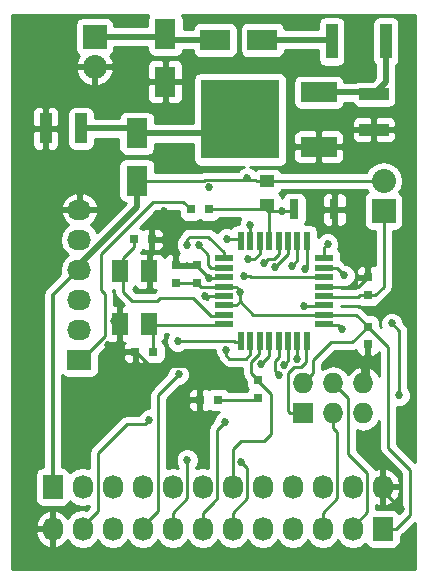
<source format=gtl>
%TF.GenerationSoftware,KiCad,Pcbnew,4.0.4+e1-6308~48~ubuntu16.04.1-stable*%
%TF.CreationDate,2016-12-31T15:20:46-08:00*%
%TF.ProjectId,atmega328,61746D6567613332382E6B696361645F,1.2*%
%TF.FileFunction,Copper,L1,Top,Signal*%
%FSLAX46Y46*%
G04 Gerber Fmt 4.6, Leading zero omitted, Abs format (unit mm)*
G04 Created by KiCad (PCBNEW 4.0.4+e1-6308~48~ubuntu16.04.1-stable) date Sat Dec 31 15:20:46 2016*
%MOMM*%
%LPD*%
G01*
G04 APERTURE LIST*
%ADD10C,0.350000*%
%ADD11R,2.032000X1.727200*%
%ADD12O,2.032000X1.727200*%
%ADD13R,1.250000X1.000000*%
%ADD14R,0.800000X0.750000*%
%ADD15R,1.727200X2.032000*%
%ADD16O,1.727200X2.032000*%
%ADD17R,1.727200X1.727200*%
%ADD18O,1.727200X1.727200*%
%ADD19R,2.032000X2.032000*%
%ADD20O,2.032000X2.032000*%
%ADD21R,1.000000X3.000000*%
%ADD22R,1.800860X2.499360*%
%ADD23R,2.499360X1.800860*%
%ADD24R,0.750000X0.800000*%
%ADD25R,1.000000X2.500000*%
%ADD26R,2.500000X1.000000*%
%ADD27R,1.397000X1.905000*%
%ADD28R,3.048000X1.651000*%
%ADD29R,6.700520X6.700520*%
%ADD30R,0.800000X1.700000*%
%ADD31R,1.600000X0.550000*%
%ADD32R,0.550000X1.600000*%
%ADD33C,0.685800*%
%ADD34C,0.254000*%
%ADD35C,0.508000*%
%ADD36C,0.330200*%
%ADD37C,0.330200*%
%ADD38C,0.350000*%
G04 APERTURE END LIST*
D10*
D11*
X111988600Y-116992400D03*
D12*
X111988600Y-114452400D03*
X111988600Y-111912400D03*
X111988600Y-109372400D03*
X111988600Y-106832400D03*
X111988600Y-104292400D03*
D13*
X127889000Y-101870000D03*
X127889000Y-103870000D03*
D14*
X122186000Y-120396000D03*
X123686000Y-120396000D03*
D15*
X109728000Y-127762000D03*
D16*
X112268000Y-127762000D03*
X114808000Y-127762000D03*
X117348000Y-127762000D03*
X119888000Y-127762000D03*
X122428000Y-127762000D03*
X124968000Y-127762000D03*
X127508000Y-127762000D03*
X130048000Y-127762000D03*
X132588000Y-127762000D03*
X135128000Y-127762000D03*
X137668000Y-127762000D03*
D17*
X130937000Y-121539000D03*
D18*
X130937000Y-118999000D03*
X133477000Y-121539000D03*
X133477000Y-118999000D03*
X136017000Y-121539000D03*
X136017000Y-118999000D03*
D19*
X113284000Y-89662000D03*
D20*
X113284000Y-92202000D03*
D21*
X137936000Y-90043000D03*
X133336000Y-90043000D03*
D22*
X116840000Y-101820980D03*
X116840000Y-97823020D03*
D23*
X127474980Y-89916000D03*
X123477020Y-89916000D03*
D22*
X119253000Y-89441020D03*
X119253000Y-93438980D03*
D24*
X136398000Y-114185000D03*
X136398000Y-115685000D03*
X120142000Y-110478000D03*
X120142000Y-108978000D03*
X121920000Y-110490000D03*
X121920000Y-108990000D03*
D25*
X112117000Y-97409000D03*
X109117000Y-97409000D03*
D24*
X136398000Y-111494000D03*
X136398000Y-109994000D03*
D14*
X118225000Y-116332000D03*
X116725000Y-116332000D03*
X116610000Y-106807000D03*
X118110000Y-106807000D03*
D26*
X136906000Y-94512000D03*
X136906000Y-97512000D03*
D14*
X122924000Y-104267000D03*
X121424000Y-104267000D03*
D24*
X127127000Y-118745000D03*
X127127000Y-120245000D03*
D27*
X117906800Y-113969800D03*
X117906800Y-109499400D03*
X115417600Y-113969800D03*
X115417600Y-109499400D03*
D28*
X132252720Y-98948240D03*
D29*
X125603000Y-96647000D03*
D28*
X132252720Y-94345760D03*
D30*
X130175000Y-104267000D03*
X133575000Y-104267000D03*
D15*
X137668000Y-131318000D03*
D16*
X135128000Y-131318000D03*
X132588000Y-131318000D03*
X130048000Y-131318000D03*
X127508000Y-131318000D03*
X124968000Y-131318000D03*
X122428000Y-131318000D03*
X119888000Y-131318000D03*
X117348000Y-131318000D03*
X114808000Y-131318000D03*
X112268000Y-131318000D03*
X109728000Y-131318000D03*
D19*
X137731500Y-104394000D03*
D20*
X137731500Y-101854000D03*
D31*
X124197800Y-108393000D03*
X124197800Y-109193000D03*
X124197800Y-109993000D03*
X124197800Y-110793000D03*
X124197800Y-111593000D03*
X124197800Y-112393000D03*
X124197800Y-113193000D03*
X124197800Y-113993000D03*
D32*
X125647800Y-115443000D03*
X126447800Y-115443000D03*
X127247800Y-115443000D03*
X128047800Y-115443000D03*
X128847800Y-115443000D03*
X129647800Y-115443000D03*
X130447800Y-115443000D03*
X131247800Y-115443000D03*
D31*
X132697800Y-113993000D03*
X132697800Y-113193000D03*
X132697800Y-112393000D03*
X132697800Y-111593000D03*
X132697800Y-110793000D03*
X132697800Y-109993000D03*
X132697800Y-109193000D03*
X132697800Y-108393000D03*
D32*
X131247800Y-106943000D03*
X130447800Y-106943000D03*
X129647800Y-106943000D03*
X128847800Y-106943000D03*
X128047800Y-106943000D03*
X127247800Y-106943000D03*
X126447800Y-106943000D03*
X125647800Y-106943000D03*
D33*
X129159000Y-104378000D03*
X114886157Y-113700840D03*
X119650603Y-107559963D03*
X139192000Y-129603500D03*
X133667500Y-117094000D03*
X135763000Y-117157500D03*
X122957000Y-110052000D03*
X119126000Y-104394000D03*
X122936000Y-102362000D03*
X134937500Y-104330500D03*
X110998000Y-120269000D03*
X107569000Y-120269000D03*
X118160800Y-107899200D03*
X114401600Y-115747800D03*
X122643920Y-111633000D03*
X135763000Y-108458000D03*
X119634000Y-106553000D03*
X125539500Y-111252000D03*
X126174500Y-101600000D03*
X134239000Y-114427000D03*
X130371720Y-116898912D03*
X124460000Y-106730800D03*
X121098425Y-107268807D03*
X122072400Y-107289600D03*
X120307101Y-115404899D03*
X124409200Y-116128800D03*
X127393680Y-117367263D03*
X128892320Y-118291779D03*
X129286000Y-117398800D03*
X139065000Y-120015000D03*
X138430000Y-113919000D03*
X134405600Y-109855000D03*
X132994400Y-107188000D03*
X125691920Y-125628400D03*
X131114800Y-109270800D03*
X129946400Y-109016800D03*
X124307600Y-122275600D03*
X121107200Y-125476000D03*
X128524000Y-109169200D03*
X120383280Y-118224320D03*
X127609600Y-108762800D03*
X130966289Y-112475089D03*
X125933190Y-109883348D03*
X117906800Y-122072400D03*
X126447800Y-105581200D03*
X126238000Y-108458000D03*
D34*
X127889000Y-103870000D02*
X127889000Y-104378000D01*
X127889000Y-104378000D02*
X127997000Y-104486000D01*
X127889000Y-104378000D02*
X129159000Y-104378000D01*
X129159000Y-104378000D02*
X130064000Y-104378000D01*
X127997000Y-107002000D02*
X127997000Y-104486000D01*
X122924000Y-104267000D02*
X127778000Y-104267000D01*
X127778000Y-104267000D02*
X127889000Y-104378000D01*
X130064000Y-104378000D02*
X130175000Y-104267000D01*
X112014000Y-116967000D02*
X112166400Y-116967000D01*
X113792000Y-111065373D02*
X113792000Y-108019189D01*
X114121900Y-115011500D02*
X114121900Y-111395273D01*
X112166400Y-116967000D02*
X114121900Y-115011500D01*
X118173189Y-103638000D02*
X120770000Y-103638000D01*
X120770000Y-103638000D02*
X121399000Y-104267000D01*
X114121900Y-111395273D02*
X113792000Y-111065373D01*
X121399000Y-104267000D02*
X121424000Y-104267000D01*
X113792000Y-108019189D02*
X118173189Y-103638000D01*
D35*
X132252720Y-94345760D02*
X136739760Y-94345760D01*
X136739760Y-94345760D02*
X136906000Y-94512000D01*
X137936000Y-90043000D02*
X137936000Y-93482000D01*
X137936000Y-93482000D02*
X136906000Y-94512000D01*
D34*
X117652800Y-109753400D02*
X117906800Y-109499400D01*
X115417600Y-113969800D02*
X115343661Y-114043739D01*
X115229056Y-114043739D02*
X114886157Y-113700840D01*
X115343661Y-114043739D02*
X115229056Y-114043739D01*
X119634000Y-107543360D02*
X119650603Y-107559963D01*
X119634000Y-106553000D02*
X119634000Y-107543360D01*
X120142000Y-108051360D02*
X119993502Y-107902862D01*
X120142000Y-108978000D02*
X120142000Y-108051360D01*
X119993502Y-107902862D02*
X119650603Y-107559963D01*
X137668000Y-127762000D02*
X137668000Y-128079500D01*
X137668000Y-128079500D02*
X139192000Y-129603500D01*
X135763000Y-117157500D02*
X133731000Y-117157500D01*
X133731000Y-117157500D02*
X133667500Y-117094000D01*
X136398000Y-115685000D02*
X136398000Y-116522500D01*
X136398000Y-116522500D02*
X135763000Y-117157500D01*
D36*
X119126000Y-104394000D02*
X119126000Y-106045000D01*
X119126000Y-106045000D02*
X119634000Y-106553000D01*
X135128000Y-104267000D02*
X135382000Y-104013000D01*
X133575000Y-104267000D02*
X135128000Y-104267000D01*
X107696000Y-130479800D02*
X107696000Y-120396000D01*
X107696000Y-120396000D02*
X107569000Y-120269000D01*
X109728000Y-131318000D02*
X108534200Y-131318000D01*
X108534200Y-131318000D02*
X107696000Y-130479800D01*
D34*
X117906800Y-109499400D02*
X117906800Y-108153200D01*
X117906800Y-108153200D02*
X118160800Y-107899200D01*
X114795300Y-115798600D02*
X114452400Y-115798600D01*
X114452400Y-115798600D02*
X114401600Y-115747800D01*
X115417600Y-113969800D02*
X115417600Y-115176300D01*
X115417600Y-115176300D02*
X114795300Y-115798600D01*
X121920000Y-117500400D02*
X117918400Y-117500400D01*
X116750000Y-116332000D02*
X116725000Y-116332000D01*
X117918400Y-117500400D02*
X116750000Y-116332000D01*
X122186000Y-117766400D02*
X121920000Y-117500400D01*
X122186000Y-120396000D02*
X122186000Y-117766400D01*
X135565000Y-110852000D02*
X133701000Y-110852000D01*
X133701000Y-110852000D02*
X132647000Y-110852000D01*
X136398000Y-110019000D02*
X135565000Y-110852000D01*
X136398000Y-109994000D02*
X136398000Y-110019000D01*
X124147000Y-111652000D02*
X124128000Y-111633000D01*
X124128000Y-111633000D02*
X123128853Y-111633000D01*
X123128853Y-111633000D02*
X122643920Y-111633000D01*
X124147000Y-110052000D02*
X122957000Y-110052000D01*
X122957000Y-110052000D02*
X121920000Y-109015000D01*
X121920000Y-109015000D02*
X121920000Y-108990000D01*
X120142000Y-108978000D02*
X121908000Y-108978000D01*
X121908000Y-108978000D02*
X121920000Y-108990000D01*
X136398000Y-115685000D02*
X136398000Y-118618000D01*
X136398000Y-118618000D02*
X136017000Y-118999000D01*
X135763000Y-108705000D02*
X135763000Y-108458000D01*
X136398000Y-109994000D02*
X136398000Y-109340000D01*
X136398000Y-109340000D02*
X135763000Y-108705000D01*
X119380000Y-106807000D02*
X119634000Y-106553000D01*
X118110000Y-106807000D02*
X119380000Y-106807000D01*
X118186200Y-106883200D02*
X118110000Y-106807000D01*
X116420911Y-111975911D02*
X115697000Y-111252000D01*
X115697000Y-111252000D02*
X115697000Y-108521500D01*
X115697000Y-108521500D02*
X115697000Y-108349000D01*
X115417600Y-109499400D02*
X115417600Y-108800900D01*
X115417600Y-108800900D02*
X115697000Y-108521500D01*
X116610000Y-107436000D02*
X116610000Y-106807000D01*
X115697000Y-108349000D02*
X116610000Y-107436000D01*
X121601000Y-111760000D02*
X118805751Y-111760000D01*
X118589840Y-111975911D02*
X116420911Y-111975911D01*
X123093000Y-113252000D02*
X121601000Y-111760000D01*
X118805751Y-111760000D02*
X118589840Y-111975911D01*
X124147000Y-113252000D02*
X123093000Y-113252000D01*
X124147000Y-114052000D02*
X118446200Y-114052000D01*
X118446200Y-114052000D02*
X118186200Y-113792000D01*
X118186200Y-113792000D02*
X118186200Y-116293200D01*
X118186200Y-116293200D02*
X118225000Y-116332000D01*
X125539500Y-111252000D02*
X125539500Y-111088900D01*
X125539500Y-112014000D02*
X125539500Y-111252000D01*
X126174500Y-101739699D02*
X126879699Y-101739699D01*
X122637295Y-101739699D02*
X126174500Y-101739699D01*
X126174500Y-101739699D02*
X126174500Y-101600000D01*
D36*
X109728000Y-111480600D02*
X109728000Y-113220500D01*
X109728000Y-113220500D02*
X109728000Y-126415800D01*
D34*
X136398000Y-114185000D02*
X136386000Y-114185000D01*
X136386000Y-114185000D02*
X135064500Y-115506500D01*
X135064500Y-115506500D02*
X133286500Y-115506500D01*
X133286500Y-115506500D02*
X131800599Y-116992401D01*
X131800599Y-116992401D02*
X131800599Y-118135401D01*
X132697800Y-113193000D02*
X135431000Y-113193000D01*
X135431000Y-113193000D02*
X136398000Y-114160000D01*
X136398000Y-114160000D02*
X136398000Y-114185000D01*
X131800599Y-118135401D02*
X131800599Y-118039893D01*
X130937000Y-118999000D02*
X131800599Y-118135401D01*
X138112500Y-124460000D02*
X139954000Y-126301500D01*
X139954000Y-126301500D02*
X139954000Y-130149600D01*
X138112500Y-115924500D02*
X138112500Y-124460000D01*
X136398000Y-114185000D02*
X136398000Y-114210000D01*
X136398000Y-114210000D02*
X138112500Y-115924500D01*
X137668000Y-131318000D02*
X138785600Y-131318000D01*
X138785600Y-131318000D02*
X139954000Y-130149600D01*
X135064500Y-101870000D02*
X127889000Y-101870000D01*
X135271000Y-101870000D02*
X135064500Y-101870000D01*
X135064500Y-101870000D02*
X135080500Y-101854000D01*
X135080500Y-101854000D02*
X137731500Y-101854000D01*
X125539500Y-112105300D02*
X125539500Y-112014000D01*
X132697800Y-113193000D02*
X126718500Y-113193000D01*
X126718500Y-113193000D02*
X125539500Y-112014000D01*
X125539500Y-111088900D02*
X125251800Y-110801200D01*
X124197800Y-112393000D02*
X125251800Y-112393000D01*
X125251800Y-112393000D02*
X125539500Y-112105300D01*
X127010000Y-101870000D02*
X127889000Y-101870000D01*
X126879699Y-101739699D02*
X127010000Y-101870000D01*
X122556014Y-101820980D02*
X122637295Y-101739699D01*
X116840000Y-101820980D02*
X122556014Y-101820980D01*
D36*
X111988600Y-109372400D02*
X111836200Y-109372400D01*
X111836200Y-109372400D02*
X109728000Y-111480600D01*
X109728000Y-126415800D02*
X109728000Y-127762000D01*
D34*
X124197800Y-110801200D02*
X125251800Y-110801200D01*
X124147000Y-110852000D02*
X124966099Y-110852000D01*
D35*
X112014000Y-108899149D02*
X112014000Y-109347000D01*
X116840000Y-101820980D02*
X116840000Y-104073149D01*
X116840000Y-104073149D02*
X112014000Y-108899149D01*
D34*
X121920000Y-110490000D02*
X120154000Y-110490000D01*
X120154000Y-110490000D02*
X120142000Y-110478000D01*
X124147000Y-110852000D02*
X122282000Y-110852000D01*
X122282000Y-110852000D02*
X121920000Y-110490000D01*
D35*
X112117000Y-97409000D02*
X116425980Y-97409000D01*
X116425980Y-97409000D02*
X116840000Y-97823020D01*
X116840000Y-97823020D02*
X124426980Y-97823020D01*
X124426980Y-97823020D02*
X125603000Y-96647000D01*
X123477020Y-89916000D02*
X119727980Y-89916000D01*
X119727980Y-89916000D02*
X119253000Y-89441020D01*
X113284000Y-89662000D02*
X119032020Y-89662000D01*
X119032020Y-89662000D02*
X119253000Y-89441020D01*
X127474980Y-89916000D02*
X133209000Y-89916000D01*
X133209000Y-89916000D02*
X133336000Y-90043000D01*
D34*
X123686000Y-120396000D02*
X126976000Y-120396000D01*
X126976000Y-120396000D02*
X127127000Y-120245000D01*
X131197000Y-117145008D02*
X131197000Y-115502000D01*
X129616222Y-121335822D02*
X129616222Y-118136778D01*
X130130186Y-117622814D02*
X130719194Y-117622814D01*
X130719194Y-117622814D02*
X131197000Y-117145008D01*
X129819400Y-121539000D02*
X129616222Y-121335822D01*
X130937000Y-121539000D02*
X129819400Y-121539000D01*
X129616222Y-118136778D02*
X130130186Y-117622814D01*
X130937000Y-121539000D02*
X131064000Y-121539000D01*
X133477000Y-121539000D02*
X133477000Y-122760314D01*
X133477000Y-122760314D02*
X133832610Y-123115924D01*
X133832610Y-123115924D02*
X133832610Y-128727190D01*
X133832610Y-128727190D02*
X132613400Y-129946400D01*
X132613400Y-129946400D02*
X132613400Y-131216400D01*
X132647000Y-114052000D02*
X133864000Y-114052000D01*
X133864000Y-114052000D02*
X134239000Y-114427000D01*
X133477000Y-118999000D02*
X134721601Y-120243601D01*
X134721601Y-120243601D02*
X134721601Y-124942601D01*
X134721601Y-124942601D02*
X136372610Y-126593610D01*
X136372610Y-126593610D02*
X136372610Y-129920990D01*
X136372610Y-129920990D02*
X135128000Y-131165600D01*
X135128000Y-131165600D02*
X135128000Y-131318000D01*
X130371720Y-116413979D02*
X130371720Y-116898912D01*
X130371720Y-115527280D02*
X130371720Y-116413979D01*
X130397000Y-115502000D02*
X130371720Y-115527280D01*
X124460000Y-106730800D02*
X125427400Y-106730800D01*
X125427400Y-106730800D02*
X125647800Y-106951200D01*
X121098425Y-106783874D02*
X121098425Y-107268807D01*
X121316600Y-106565699D02*
X121098425Y-106783874D01*
X124197800Y-107872200D02*
X122891299Y-106565699D01*
X122891299Y-106565699D02*
X121316600Y-106565699D01*
X124197800Y-108401200D02*
X124197800Y-107872200D01*
X122885200Y-108102400D02*
X122885200Y-108942600D01*
X122885200Y-108942600D02*
X123143800Y-109201200D01*
X123143800Y-109201200D02*
X124197800Y-109201200D01*
X122072400Y-107289600D02*
X122885200Y-108102400D01*
X125072499Y-115404899D02*
X120307101Y-115404899D01*
X125647800Y-115451200D02*
X125118800Y-115451200D01*
X120307101Y-115404899D02*
X120230899Y-115481101D01*
X125118800Y-115451200D02*
X125072499Y-115404899D01*
X124686267Y-116890800D02*
X126062200Y-116890800D01*
X126062200Y-116890800D02*
X126447800Y-116505200D01*
X126447800Y-116505200D02*
X126447800Y-115451200D01*
X124409200Y-116128800D02*
X124409200Y-116613733D01*
X124409200Y-116613733D02*
X124686267Y-116890800D01*
X126498000Y-117191567D02*
X127197000Y-116492567D01*
X127197000Y-116492567D02*
X127197000Y-115502000D01*
X126498000Y-118091000D02*
X126498000Y-117191567D01*
X124968000Y-127762000D02*
X124968000Y-124510800D01*
X124968000Y-124510800D02*
X125628400Y-123850400D01*
X125628400Y-123850400D02*
X127609600Y-123850400D01*
X127609600Y-123850400D02*
X128219200Y-123240800D01*
X128219200Y-123240800D02*
X128219200Y-119862200D01*
X127127000Y-118720000D02*
X126498000Y-118091000D01*
X128219200Y-119862200D02*
X127127000Y-118770000D01*
X127127000Y-118770000D02*
X127127000Y-118745000D01*
X127127000Y-118745000D02*
X127127000Y-118720000D01*
X127736579Y-117024364D02*
X127393680Y-117367263D01*
X128047800Y-116713143D02*
X127736579Y-117024364D01*
X128047800Y-115451200D02*
X128047800Y-116713143D01*
X128847800Y-116765624D02*
X128549421Y-117064003D01*
X128549421Y-117948880D02*
X128892320Y-118291779D01*
X128549421Y-117064003D02*
X128549421Y-117948880D01*
X128847800Y-115451200D02*
X128847800Y-116765624D01*
X129647800Y-115451200D02*
X129647800Y-117037000D01*
X129647800Y-117037000D02*
X129286000Y-117398800D01*
X139065000Y-120015000D02*
X139065000Y-114554000D01*
X139065000Y-114554000D02*
X138430000Y-113919000D01*
X132697800Y-109201200D02*
X133751800Y-109201200D01*
X133751800Y-109201200D02*
X134405600Y-109855000D01*
X132697800Y-108401200D02*
X132697800Y-107484600D01*
X132697800Y-107484600D02*
X132994400Y-107188000D01*
X126212610Y-126149090D02*
X126034819Y-125971299D01*
X124993400Y-129946400D02*
X126212610Y-128727190D01*
X124993400Y-131216400D02*
X124993400Y-129946400D01*
X126034819Y-125971299D02*
X125691920Y-125628400D01*
X126212610Y-128727190D02*
X126212610Y-126149090D01*
X131247800Y-106951200D02*
X131247800Y-109137800D01*
X131247800Y-109137800D02*
X131114800Y-109270800D01*
X129946400Y-109016800D02*
X130447800Y-108515400D01*
X130447800Y-108515400D02*
X130447800Y-106951200D01*
X123672610Y-122910590D02*
X124307600Y-122275600D01*
X123266200Y-129133600D02*
X123672610Y-128727190D01*
X123672610Y-128727190D02*
X123672610Y-122910590D01*
X122453400Y-131216400D02*
X122453400Y-129946400D01*
X122453400Y-129946400D02*
X123266200Y-129133600D01*
X121107200Y-125476000D02*
X121107200Y-125960933D01*
X121132610Y-125986343D02*
X121132610Y-128727190D01*
X121107200Y-125960933D02*
X121132610Y-125986343D01*
X121132610Y-128727190D02*
X119913400Y-129946400D01*
X119913400Y-129946400D02*
X119913400Y-131216400D01*
X129647800Y-106951200D02*
X129647800Y-108045400D01*
X129647800Y-108045400D02*
X128524000Y-109169200D01*
X118643390Y-129794010D02*
X118643390Y-119964210D01*
X118643390Y-119964210D02*
X120040381Y-118567219D01*
X117373400Y-131064000D02*
X118643390Y-129794010D01*
X117373400Y-131216400D02*
X117373400Y-131064000D01*
X120040381Y-118567219D02*
X120383280Y-118224320D01*
X127609600Y-108762800D02*
X127952499Y-108419901D01*
X127952499Y-108419901D02*
X128433099Y-108419901D01*
X128433099Y-108419901D02*
X128847800Y-108005200D01*
X128847800Y-108005200D02*
X128847800Y-106951200D01*
X132697800Y-112401200D02*
X131040178Y-112401200D01*
X131040178Y-112401200D02*
X130966289Y-112475089D01*
X126535975Y-110001200D02*
X126418123Y-109883348D01*
X132697800Y-110001200D02*
X126535975Y-110001200D01*
X126418123Y-109883348D02*
X125933190Y-109883348D01*
X113563390Y-129794010D02*
X113563390Y-124866400D01*
X117906800Y-122072400D02*
X117563901Y-122415299D01*
X117563901Y-122415299D02*
X116014491Y-122415299D01*
X116014491Y-122415299D02*
X113563390Y-124866400D01*
X112293400Y-131216400D02*
X112293400Y-131064000D01*
X112293400Y-131064000D02*
X113563390Y-129794010D01*
X126447800Y-106951200D02*
X126447800Y-105581200D01*
X126795000Y-108458000D02*
X126238000Y-108458000D01*
X127247800Y-106951200D02*
X127247800Y-108005200D01*
X127247800Y-108005200D02*
X126795000Y-108458000D01*
X136398000Y-111494000D02*
X137027000Y-111494000D01*
X137027000Y-111494000D02*
X137731500Y-110789500D01*
X137731500Y-110789500D02*
X137731500Y-105664000D01*
X137731500Y-105664000D02*
X137731500Y-104394000D01*
X136398000Y-111494000D02*
X135769000Y-111494000D01*
X135769000Y-111494000D02*
X135611000Y-111652000D01*
X135611000Y-111652000D02*
X133701000Y-111652000D01*
X133701000Y-111652000D02*
X132647000Y-111652000D01*
G36*
X117756139Y-87939450D02*
X117705130Y-88191340D01*
X117705130Y-88773000D01*
X114947440Y-88773000D01*
X114947440Y-88646000D01*
X114903162Y-88410683D01*
X114764090Y-88194559D01*
X114551890Y-88049569D01*
X114300000Y-87998560D01*
X112268000Y-87998560D01*
X112032683Y-88042838D01*
X111816559Y-88181910D01*
X111671569Y-88394110D01*
X111620560Y-88646000D01*
X111620560Y-90678000D01*
X111664838Y-90913317D01*
X111803910Y-91129441D01*
X111966948Y-91240840D01*
X111877615Y-91337182D01*
X111678025Y-91819056D01*
X111797164Y-92075000D01*
X113157000Y-92075000D01*
X113157000Y-92055000D01*
X113411000Y-92055000D01*
X113411000Y-92075000D01*
X114770836Y-92075000D01*
X114776426Y-92062991D01*
X117717570Y-92062991D01*
X117717570Y-93153230D01*
X117876320Y-93311980D01*
X119126000Y-93311980D01*
X119126000Y-91713050D01*
X119380000Y-91713050D01*
X119380000Y-93311980D01*
X120629680Y-93311980D01*
X120788430Y-93153230D01*
X120788430Y-92062991D01*
X120691757Y-91829602D01*
X120513129Y-91650973D01*
X120279740Y-91554300D01*
X119538750Y-91554300D01*
X119380000Y-91713050D01*
X119126000Y-91713050D01*
X118967250Y-91554300D01*
X118226260Y-91554300D01*
X117992871Y-91650973D01*
X117814243Y-91829602D01*
X117717570Y-92062991D01*
X114776426Y-92062991D01*
X114889975Y-91819056D01*
X114690385Y-91337182D01*
X114599903Y-91239602D01*
X114751441Y-91142090D01*
X114896431Y-90929890D01*
X114947440Y-90678000D01*
X114947440Y-90551000D01*
X117705130Y-90551000D01*
X117705130Y-90690700D01*
X117749408Y-90926017D01*
X117888480Y-91142141D01*
X118100680Y-91287131D01*
X118352570Y-91338140D01*
X120153430Y-91338140D01*
X120388747Y-91293862D01*
X120604871Y-91154790D01*
X120749861Y-90942590D01*
X120777724Y-90805000D01*
X121579900Y-90805000D01*
X121579900Y-90816430D01*
X121624178Y-91051747D01*
X121763250Y-91267871D01*
X121975450Y-91412861D01*
X122227340Y-91463870D01*
X124726700Y-91463870D01*
X124962017Y-91419592D01*
X125178141Y-91280520D01*
X125323131Y-91068320D01*
X125374140Y-90816430D01*
X125374140Y-89015570D01*
X125577860Y-89015570D01*
X125577860Y-90816430D01*
X125622138Y-91051747D01*
X125761210Y-91267871D01*
X125973410Y-91412861D01*
X126225300Y-91463870D01*
X128724660Y-91463870D01*
X128959977Y-91419592D01*
X129176101Y-91280520D01*
X129321091Y-91068320D01*
X129372100Y-90816430D01*
X129372100Y-90805000D01*
X132188560Y-90805000D01*
X132188560Y-91543000D01*
X132232838Y-91778317D01*
X132371910Y-91994441D01*
X132584110Y-92139431D01*
X132836000Y-92190440D01*
X133836000Y-92190440D01*
X134071317Y-92146162D01*
X134287441Y-92007090D01*
X134432431Y-91794890D01*
X134483440Y-91543000D01*
X134483440Y-88543000D01*
X134439162Y-88307683D01*
X134300090Y-88091559D01*
X134087890Y-87946569D01*
X133836000Y-87895560D01*
X132836000Y-87895560D01*
X132600683Y-87939838D01*
X132384559Y-88078910D01*
X132239569Y-88291110D01*
X132188560Y-88543000D01*
X132188560Y-89027000D01*
X129372100Y-89027000D01*
X129372100Y-89015570D01*
X129327822Y-88780253D01*
X129188750Y-88564129D01*
X128976550Y-88419139D01*
X128724660Y-88368130D01*
X126225300Y-88368130D01*
X125989983Y-88412408D01*
X125773859Y-88551480D01*
X125628869Y-88763680D01*
X125577860Y-89015570D01*
X125374140Y-89015570D01*
X125329862Y-88780253D01*
X125190790Y-88564129D01*
X124978590Y-88419139D01*
X124726700Y-88368130D01*
X122227340Y-88368130D01*
X121992023Y-88412408D01*
X121775899Y-88551480D01*
X121630909Y-88763680D01*
X121579900Y-89015570D01*
X121579900Y-89027000D01*
X120800870Y-89027000D01*
X120800870Y-88191340D01*
X120756592Y-87956023D01*
X120676785Y-87832000D01*
X140387000Y-87832000D01*
X140387000Y-125656869D01*
X138874500Y-124144370D01*
X138874500Y-120992734D01*
X139258663Y-120993069D01*
X139618212Y-120844507D01*
X139893540Y-120569659D01*
X140042730Y-120210370D01*
X140043069Y-119821337D01*
X139894507Y-119461788D01*
X139827000Y-119394163D01*
X139827000Y-114554000D01*
X139768996Y-114262395D01*
X139684137Y-114135395D01*
X139603816Y-114015185D01*
X139407987Y-113819356D01*
X139408069Y-113725337D01*
X139259507Y-113365788D01*
X138984659Y-113090460D01*
X138625370Y-112941270D01*
X138236337Y-112940931D01*
X137876788Y-113089493D01*
X137601460Y-113364341D01*
X137452270Y-113723630D01*
X137451931Y-114112663D01*
X137503782Y-114238152D01*
X137420440Y-114154810D01*
X137420440Y-113785000D01*
X137376162Y-113549683D01*
X137237090Y-113333559D01*
X137024890Y-113188569D01*
X136773000Y-113137560D01*
X136453190Y-113137560D01*
X135969815Y-112654185D01*
X135837626Y-112565859D01*
X135722605Y-112489004D01*
X135431000Y-112431000D01*
X134145240Y-112431000D01*
X134145240Y-112414000D01*
X135611000Y-112414000D01*
X135648370Y-112406567D01*
X135771110Y-112490431D01*
X136023000Y-112541440D01*
X136773000Y-112541440D01*
X137008317Y-112497162D01*
X137224441Y-112358090D01*
X137346618Y-112179279D01*
X137565815Y-112032815D01*
X138270315Y-111328316D01*
X138435496Y-111081105D01*
X138452026Y-110998001D01*
X138493500Y-110789500D01*
X138493500Y-106057440D01*
X138747500Y-106057440D01*
X138982817Y-106013162D01*
X139198941Y-105874090D01*
X139343931Y-105661890D01*
X139394940Y-105410000D01*
X139394940Y-103378000D01*
X139350662Y-103142683D01*
X139211590Y-102926559D01*
X139062663Y-102824802D01*
X139289170Y-102485810D01*
X139414845Y-101854000D01*
X139289170Y-101222190D01*
X138931278Y-100686567D01*
X138395655Y-100328675D01*
X137763845Y-100203000D01*
X137699155Y-100203000D01*
X137067345Y-100328675D01*
X136531722Y-100686567D01*
X136260820Y-101092000D01*
X135080500Y-101092000D01*
X135000063Y-101108000D01*
X129099992Y-101108000D01*
X128978090Y-100918559D01*
X128765890Y-100773569D01*
X128514000Y-100722560D01*
X127264000Y-100722560D01*
X127028683Y-100766838D01*
X126843500Y-100886000D01*
X126729159Y-100771460D01*
X126423887Y-100644700D01*
X128953260Y-100644700D01*
X129188577Y-100600422D01*
X129404701Y-100461350D01*
X129549691Y-100249150D01*
X129600700Y-99997260D01*
X129600700Y-99233990D01*
X130093720Y-99233990D01*
X130093720Y-99900049D01*
X130190393Y-100133438D01*
X130369021Y-100312067D01*
X130602410Y-100408740D01*
X131966970Y-100408740D01*
X132125720Y-100249990D01*
X132125720Y-99075240D01*
X132379720Y-99075240D01*
X132379720Y-100249990D01*
X132538470Y-100408740D01*
X133903030Y-100408740D01*
X134136419Y-100312067D01*
X134315047Y-100133438D01*
X134411720Y-99900049D01*
X134411720Y-99233990D01*
X134252970Y-99075240D01*
X132379720Y-99075240D01*
X132125720Y-99075240D01*
X130252470Y-99075240D01*
X130093720Y-99233990D01*
X129600700Y-99233990D01*
X129600700Y-97996431D01*
X130093720Y-97996431D01*
X130093720Y-98662490D01*
X130252470Y-98821240D01*
X132125720Y-98821240D01*
X132125720Y-97646490D01*
X132379720Y-97646490D01*
X132379720Y-98821240D01*
X134252970Y-98821240D01*
X134411720Y-98662490D01*
X134411720Y-97996431D01*
X134329424Y-97797750D01*
X135021000Y-97797750D01*
X135021000Y-98138309D01*
X135117673Y-98371698D01*
X135296301Y-98550327D01*
X135529690Y-98647000D01*
X136620250Y-98647000D01*
X136779000Y-98488250D01*
X136779000Y-97639000D01*
X137033000Y-97639000D01*
X137033000Y-98488250D01*
X137191750Y-98647000D01*
X138282310Y-98647000D01*
X138515699Y-98550327D01*
X138694327Y-98371698D01*
X138791000Y-98138309D01*
X138791000Y-97797750D01*
X138632250Y-97639000D01*
X137033000Y-97639000D01*
X136779000Y-97639000D01*
X135179750Y-97639000D01*
X135021000Y-97797750D01*
X134329424Y-97797750D01*
X134315047Y-97763042D01*
X134136419Y-97584413D01*
X133903030Y-97487740D01*
X132538470Y-97487740D01*
X132379720Y-97646490D01*
X132125720Y-97646490D01*
X131966970Y-97487740D01*
X130602410Y-97487740D01*
X130369021Y-97584413D01*
X130190393Y-97763042D01*
X130093720Y-97996431D01*
X129600700Y-97996431D01*
X129600700Y-96885691D01*
X135021000Y-96885691D01*
X135021000Y-97226250D01*
X135179750Y-97385000D01*
X136779000Y-97385000D01*
X136779000Y-96535750D01*
X137033000Y-96535750D01*
X137033000Y-97385000D01*
X138632250Y-97385000D01*
X138791000Y-97226250D01*
X138791000Y-96885691D01*
X138694327Y-96652302D01*
X138515699Y-96473673D01*
X138282310Y-96377000D01*
X137191750Y-96377000D01*
X137033000Y-96535750D01*
X136779000Y-96535750D01*
X136620250Y-96377000D01*
X135529690Y-96377000D01*
X135296301Y-96473673D01*
X135117673Y-96652302D01*
X135021000Y-96885691D01*
X129600700Y-96885691D01*
X129600700Y-93520260D01*
X130081280Y-93520260D01*
X130081280Y-95171260D01*
X130125558Y-95406577D01*
X130264630Y-95622701D01*
X130476830Y-95767691D01*
X130728720Y-95818700D01*
X133776720Y-95818700D01*
X134012037Y-95774422D01*
X134228161Y-95635350D01*
X134373151Y-95423150D01*
X134411301Y-95234760D01*
X135050475Y-95234760D01*
X135052838Y-95247317D01*
X135191910Y-95463441D01*
X135404110Y-95608431D01*
X135656000Y-95659440D01*
X138156000Y-95659440D01*
X138391317Y-95615162D01*
X138607441Y-95476090D01*
X138752431Y-95263890D01*
X138803440Y-95012000D01*
X138803440Y-94012000D01*
X138762673Y-93795341D01*
X138825000Y-93482000D01*
X138825000Y-92047270D01*
X138887441Y-92007090D01*
X139032431Y-91794890D01*
X139083440Y-91543000D01*
X139083440Y-88543000D01*
X139039162Y-88307683D01*
X138900090Y-88091559D01*
X138687890Y-87946569D01*
X138436000Y-87895560D01*
X137436000Y-87895560D01*
X137200683Y-87939838D01*
X136984559Y-88078910D01*
X136839569Y-88291110D01*
X136788560Y-88543000D01*
X136788560Y-91543000D01*
X136832838Y-91778317D01*
X136971910Y-91994441D01*
X137047000Y-92045748D01*
X137047000Y-93113764D01*
X136796204Y-93364560D01*
X135656000Y-93364560D01*
X135420683Y-93408838D01*
X135346210Y-93456760D01*
X134412212Y-93456760D01*
X134379882Y-93284943D01*
X134240810Y-93068819D01*
X134028610Y-92923829D01*
X133776720Y-92872820D01*
X130728720Y-92872820D01*
X130493403Y-92917098D01*
X130277279Y-93056170D01*
X130132289Y-93268370D01*
X130081280Y-93520260D01*
X129600700Y-93520260D01*
X129600700Y-93296740D01*
X129556422Y-93061423D01*
X129417350Y-92845299D01*
X129205150Y-92700309D01*
X128953260Y-92649300D01*
X122252740Y-92649300D01*
X122017423Y-92693578D01*
X121801299Y-92832650D01*
X121656309Y-93044850D01*
X121605300Y-93296740D01*
X121605300Y-96934020D01*
X118387870Y-96934020D01*
X118387870Y-96573340D01*
X118343592Y-96338023D01*
X118204520Y-96121899D01*
X117992320Y-95976909D01*
X117740430Y-95925900D01*
X115939570Y-95925900D01*
X115704253Y-95970178D01*
X115488129Y-96109250D01*
X115343139Y-96321450D01*
X115302932Y-96520000D01*
X113264440Y-96520000D01*
X113264440Y-96159000D01*
X113220162Y-95923683D01*
X113081090Y-95707559D01*
X112868890Y-95562569D01*
X112617000Y-95511560D01*
X111617000Y-95511560D01*
X111381683Y-95555838D01*
X111165559Y-95694910D01*
X111020569Y-95907110D01*
X110969560Y-96159000D01*
X110969560Y-98659000D01*
X111013838Y-98894317D01*
X111152910Y-99110441D01*
X111365110Y-99255431D01*
X111617000Y-99306440D01*
X112617000Y-99306440D01*
X112852317Y-99262162D01*
X113068441Y-99123090D01*
X113213431Y-98910890D01*
X113264440Y-98659000D01*
X113264440Y-98298000D01*
X115292130Y-98298000D01*
X115292130Y-99072700D01*
X115336408Y-99308017D01*
X115475480Y-99524141D01*
X115687680Y-99669131D01*
X115939570Y-99720140D01*
X117740430Y-99720140D01*
X117975747Y-99675862D01*
X118191871Y-99536790D01*
X118336861Y-99324590D01*
X118387870Y-99072700D01*
X118387870Y-98712020D01*
X121605300Y-98712020D01*
X121605300Y-99997260D01*
X121649578Y-100232577D01*
X121788650Y-100448701D01*
X122000850Y-100593691D01*
X122252740Y-100644700D01*
X125925732Y-100644700D01*
X125621288Y-100770493D01*
X125413720Y-100977699D01*
X122637295Y-100977699D01*
X122345690Y-101035703D01*
X122310854Y-101058980D01*
X118387870Y-101058980D01*
X118387870Y-100571300D01*
X118343592Y-100335983D01*
X118204520Y-100119859D01*
X117992320Y-99974869D01*
X117740430Y-99923860D01*
X115939570Y-99923860D01*
X115704253Y-99968138D01*
X115488129Y-100107210D01*
X115343139Y-100319410D01*
X115292130Y-100571300D01*
X115292130Y-103070660D01*
X115336408Y-103305977D01*
X115475480Y-103522101D01*
X115687680Y-103667091D01*
X115938109Y-103717804D01*
X113493436Y-106162477D01*
X113233015Y-105772730D01*
X112923531Y-105565939D01*
X113339332Y-105194436D01*
X113593309Y-104667191D01*
X113595958Y-104651426D01*
X113474817Y-104419400D01*
X112115600Y-104419400D01*
X112115600Y-104439400D01*
X111861600Y-104439400D01*
X111861600Y-104419400D01*
X110502383Y-104419400D01*
X110381242Y-104651426D01*
X110383891Y-104667191D01*
X110637868Y-105194436D01*
X111053669Y-105565939D01*
X110744185Y-105772730D01*
X110419329Y-106258911D01*
X110305255Y-106832400D01*
X110419329Y-107405889D01*
X110744185Y-107892070D01*
X111058966Y-108102400D01*
X110744185Y-108312730D01*
X110419329Y-108798911D01*
X110305255Y-109372400D01*
X110371525Y-109705563D01*
X109162244Y-110914844D01*
X108988804Y-111174415D01*
X108927900Y-111480600D01*
X108927900Y-126098560D01*
X108864400Y-126098560D01*
X108629083Y-126142838D01*
X108412959Y-126281910D01*
X108267969Y-126494110D01*
X108216960Y-126746000D01*
X108216960Y-128778000D01*
X108261238Y-129013317D01*
X108400310Y-129229441D01*
X108612510Y-129374431D01*
X108864400Y-129425440D01*
X110591600Y-129425440D01*
X110826917Y-129381162D01*
X111043041Y-129242090D01*
X111188031Y-129029890D01*
X111196400Y-128988561D01*
X111208330Y-129006415D01*
X111694511Y-129331271D01*
X112268000Y-129445345D01*
X112801390Y-129339247D01*
X112801390Y-129478380D01*
X112582548Y-129697222D01*
X112268000Y-129634655D01*
X111694511Y-129748729D01*
X111208330Y-130073585D01*
X111001539Y-130383069D01*
X110630036Y-129967268D01*
X110102791Y-129713291D01*
X110087026Y-129710642D01*
X109855000Y-129831783D01*
X109855000Y-131191000D01*
X109875000Y-131191000D01*
X109875000Y-131445000D01*
X109855000Y-131445000D01*
X109855000Y-132804217D01*
X110087026Y-132925358D01*
X110102791Y-132922709D01*
X110630036Y-132668732D01*
X111001539Y-132252931D01*
X111208330Y-132562415D01*
X111694511Y-132887271D01*
X112268000Y-133001345D01*
X112841489Y-132887271D01*
X113327670Y-132562415D01*
X113538000Y-132247634D01*
X113748330Y-132562415D01*
X114234511Y-132887271D01*
X114808000Y-133001345D01*
X115381489Y-132887271D01*
X115867670Y-132562415D01*
X116078000Y-132247634D01*
X116288330Y-132562415D01*
X116774511Y-132887271D01*
X117348000Y-133001345D01*
X117921489Y-132887271D01*
X118407670Y-132562415D01*
X118618000Y-132247634D01*
X118828330Y-132562415D01*
X119314511Y-132887271D01*
X119888000Y-133001345D01*
X120461489Y-132887271D01*
X120947670Y-132562415D01*
X121158000Y-132247634D01*
X121368330Y-132562415D01*
X121854511Y-132887271D01*
X122428000Y-133001345D01*
X123001489Y-132887271D01*
X123487670Y-132562415D01*
X123698000Y-132247634D01*
X123908330Y-132562415D01*
X124394511Y-132887271D01*
X124968000Y-133001345D01*
X125541489Y-132887271D01*
X126027670Y-132562415D01*
X126238000Y-132247634D01*
X126448330Y-132562415D01*
X126934511Y-132887271D01*
X127508000Y-133001345D01*
X128081489Y-132887271D01*
X128567670Y-132562415D01*
X128778000Y-132247634D01*
X128988330Y-132562415D01*
X129474511Y-132887271D01*
X130048000Y-133001345D01*
X130621489Y-132887271D01*
X131107670Y-132562415D01*
X131318000Y-132247634D01*
X131528330Y-132562415D01*
X132014511Y-132887271D01*
X132588000Y-133001345D01*
X133161489Y-132887271D01*
X133647670Y-132562415D01*
X133858000Y-132247634D01*
X134068330Y-132562415D01*
X134554511Y-132887271D01*
X135128000Y-133001345D01*
X135701489Y-132887271D01*
X136187670Y-132562415D01*
X136197243Y-132548087D01*
X136201238Y-132569317D01*
X136340310Y-132785441D01*
X136552510Y-132930431D01*
X136804400Y-132981440D01*
X138531600Y-132981440D01*
X138766917Y-132937162D01*
X138983041Y-132798090D01*
X139128031Y-132585890D01*
X139179040Y-132334000D01*
X139179040Y-131953952D01*
X139324415Y-131856815D01*
X140387000Y-130794230D01*
X140387000Y-134672000D01*
X106247000Y-134672000D01*
X106247000Y-131679913D01*
X108242816Y-131679913D01*
X108436046Y-132232320D01*
X108825964Y-132668732D01*
X109353209Y-132922709D01*
X109368974Y-132925358D01*
X109601000Y-132804217D01*
X109601000Y-131445000D01*
X108387076Y-131445000D01*
X108242816Y-131679913D01*
X106247000Y-131679913D01*
X106247000Y-130956087D01*
X108242816Y-130956087D01*
X108387076Y-131191000D01*
X109601000Y-131191000D01*
X109601000Y-129831783D01*
X109368974Y-129710642D01*
X109353209Y-129713291D01*
X108825964Y-129967268D01*
X108436046Y-130403680D01*
X108242816Y-130956087D01*
X106247000Y-130956087D01*
X106247000Y-103933374D01*
X110381242Y-103933374D01*
X110502383Y-104165400D01*
X111861600Y-104165400D01*
X111861600Y-102951476D01*
X112115600Y-102951476D01*
X112115600Y-104165400D01*
X113474817Y-104165400D01*
X113595958Y-103933374D01*
X113593309Y-103917609D01*
X113339332Y-103390364D01*
X112902920Y-103000446D01*
X112350513Y-102807216D01*
X112115600Y-102951476D01*
X111861600Y-102951476D01*
X111626687Y-102807216D01*
X111074280Y-103000446D01*
X110637868Y-103390364D01*
X110383891Y-103917609D01*
X110381242Y-103933374D01*
X106247000Y-103933374D01*
X106247000Y-97694750D01*
X107982000Y-97694750D01*
X107982000Y-98785310D01*
X108078673Y-99018699D01*
X108257302Y-99197327D01*
X108490691Y-99294000D01*
X108831250Y-99294000D01*
X108990000Y-99135250D01*
X108990000Y-97536000D01*
X109244000Y-97536000D01*
X109244000Y-99135250D01*
X109402750Y-99294000D01*
X109743309Y-99294000D01*
X109976698Y-99197327D01*
X110155327Y-99018699D01*
X110252000Y-98785310D01*
X110252000Y-97694750D01*
X110093250Y-97536000D01*
X109244000Y-97536000D01*
X108990000Y-97536000D01*
X108140750Y-97536000D01*
X107982000Y-97694750D01*
X106247000Y-97694750D01*
X106247000Y-96032690D01*
X107982000Y-96032690D01*
X107982000Y-97123250D01*
X108140750Y-97282000D01*
X108990000Y-97282000D01*
X108990000Y-95682750D01*
X109244000Y-95682750D01*
X109244000Y-97282000D01*
X110093250Y-97282000D01*
X110252000Y-97123250D01*
X110252000Y-96032690D01*
X110155327Y-95799301D01*
X109976698Y-95620673D01*
X109743309Y-95524000D01*
X109402750Y-95524000D01*
X109244000Y-95682750D01*
X108990000Y-95682750D01*
X108831250Y-95524000D01*
X108490691Y-95524000D01*
X108257302Y-95620673D01*
X108078673Y-95799301D01*
X107982000Y-96032690D01*
X106247000Y-96032690D01*
X106247000Y-92584944D01*
X111678025Y-92584944D01*
X111877615Y-93066818D01*
X112315621Y-93539188D01*
X112901054Y-93807983D01*
X113157000Y-93689367D01*
X113157000Y-92329000D01*
X113411000Y-92329000D01*
X113411000Y-93689367D01*
X113666946Y-93807983D01*
X113848270Y-93724730D01*
X117717570Y-93724730D01*
X117717570Y-94814969D01*
X117814243Y-95048358D01*
X117992871Y-95226987D01*
X118226260Y-95323660D01*
X118967250Y-95323660D01*
X119126000Y-95164910D01*
X119126000Y-93565980D01*
X119380000Y-93565980D01*
X119380000Y-95164910D01*
X119538750Y-95323660D01*
X120279740Y-95323660D01*
X120513129Y-95226987D01*
X120691757Y-95048358D01*
X120788430Y-94814969D01*
X120788430Y-93724730D01*
X120629680Y-93565980D01*
X119380000Y-93565980D01*
X119126000Y-93565980D01*
X117876320Y-93565980D01*
X117717570Y-93724730D01*
X113848270Y-93724730D01*
X114252379Y-93539188D01*
X114690385Y-93066818D01*
X114889975Y-92584944D01*
X114770836Y-92329000D01*
X113411000Y-92329000D01*
X113157000Y-92329000D01*
X111797164Y-92329000D01*
X111678025Y-92584944D01*
X106247000Y-92584944D01*
X106247000Y-87832000D01*
X117829556Y-87832000D01*
X117756139Y-87939450D01*
X117756139Y-87939450D01*
G37*
X117756139Y-87939450D02*
X117705130Y-88191340D01*
X117705130Y-88773000D01*
X114947440Y-88773000D01*
X114947440Y-88646000D01*
X114903162Y-88410683D01*
X114764090Y-88194559D01*
X114551890Y-88049569D01*
X114300000Y-87998560D01*
X112268000Y-87998560D01*
X112032683Y-88042838D01*
X111816559Y-88181910D01*
X111671569Y-88394110D01*
X111620560Y-88646000D01*
X111620560Y-90678000D01*
X111664838Y-90913317D01*
X111803910Y-91129441D01*
X111966948Y-91240840D01*
X111877615Y-91337182D01*
X111678025Y-91819056D01*
X111797164Y-92075000D01*
X113157000Y-92075000D01*
X113157000Y-92055000D01*
X113411000Y-92055000D01*
X113411000Y-92075000D01*
X114770836Y-92075000D01*
X114776426Y-92062991D01*
X117717570Y-92062991D01*
X117717570Y-93153230D01*
X117876320Y-93311980D01*
X119126000Y-93311980D01*
X119126000Y-91713050D01*
X119380000Y-91713050D01*
X119380000Y-93311980D01*
X120629680Y-93311980D01*
X120788430Y-93153230D01*
X120788430Y-92062991D01*
X120691757Y-91829602D01*
X120513129Y-91650973D01*
X120279740Y-91554300D01*
X119538750Y-91554300D01*
X119380000Y-91713050D01*
X119126000Y-91713050D01*
X118967250Y-91554300D01*
X118226260Y-91554300D01*
X117992871Y-91650973D01*
X117814243Y-91829602D01*
X117717570Y-92062991D01*
X114776426Y-92062991D01*
X114889975Y-91819056D01*
X114690385Y-91337182D01*
X114599903Y-91239602D01*
X114751441Y-91142090D01*
X114896431Y-90929890D01*
X114947440Y-90678000D01*
X114947440Y-90551000D01*
X117705130Y-90551000D01*
X117705130Y-90690700D01*
X117749408Y-90926017D01*
X117888480Y-91142141D01*
X118100680Y-91287131D01*
X118352570Y-91338140D01*
X120153430Y-91338140D01*
X120388747Y-91293862D01*
X120604871Y-91154790D01*
X120749861Y-90942590D01*
X120777724Y-90805000D01*
X121579900Y-90805000D01*
X121579900Y-90816430D01*
X121624178Y-91051747D01*
X121763250Y-91267871D01*
X121975450Y-91412861D01*
X122227340Y-91463870D01*
X124726700Y-91463870D01*
X124962017Y-91419592D01*
X125178141Y-91280520D01*
X125323131Y-91068320D01*
X125374140Y-90816430D01*
X125374140Y-89015570D01*
X125577860Y-89015570D01*
X125577860Y-90816430D01*
X125622138Y-91051747D01*
X125761210Y-91267871D01*
X125973410Y-91412861D01*
X126225300Y-91463870D01*
X128724660Y-91463870D01*
X128959977Y-91419592D01*
X129176101Y-91280520D01*
X129321091Y-91068320D01*
X129372100Y-90816430D01*
X129372100Y-90805000D01*
X132188560Y-90805000D01*
X132188560Y-91543000D01*
X132232838Y-91778317D01*
X132371910Y-91994441D01*
X132584110Y-92139431D01*
X132836000Y-92190440D01*
X133836000Y-92190440D01*
X134071317Y-92146162D01*
X134287441Y-92007090D01*
X134432431Y-91794890D01*
X134483440Y-91543000D01*
X134483440Y-88543000D01*
X134439162Y-88307683D01*
X134300090Y-88091559D01*
X134087890Y-87946569D01*
X133836000Y-87895560D01*
X132836000Y-87895560D01*
X132600683Y-87939838D01*
X132384559Y-88078910D01*
X132239569Y-88291110D01*
X132188560Y-88543000D01*
X132188560Y-89027000D01*
X129372100Y-89027000D01*
X129372100Y-89015570D01*
X129327822Y-88780253D01*
X129188750Y-88564129D01*
X128976550Y-88419139D01*
X128724660Y-88368130D01*
X126225300Y-88368130D01*
X125989983Y-88412408D01*
X125773859Y-88551480D01*
X125628869Y-88763680D01*
X125577860Y-89015570D01*
X125374140Y-89015570D01*
X125329862Y-88780253D01*
X125190790Y-88564129D01*
X124978590Y-88419139D01*
X124726700Y-88368130D01*
X122227340Y-88368130D01*
X121992023Y-88412408D01*
X121775899Y-88551480D01*
X121630909Y-88763680D01*
X121579900Y-89015570D01*
X121579900Y-89027000D01*
X120800870Y-89027000D01*
X120800870Y-88191340D01*
X120756592Y-87956023D01*
X120676785Y-87832000D01*
X140387000Y-87832000D01*
X140387000Y-125656869D01*
X138874500Y-124144370D01*
X138874500Y-120992734D01*
X139258663Y-120993069D01*
X139618212Y-120844507D01*
X139893540Y-120569659D01*
X140042730Y-120210370D01*
X140043069Y-119821337D01*
X139894507Y-119461788D01*
X139827000Y-119394163D01*
X139827000Y-114554000D01*
X139768996Y-114262395D01*
X139684137Y-114135395D01*
X139603816Y-114015185D01*
X139407987Y-113819356D01*
X139408069Y-113725337D01*
X139259507Y-113365788D01*
X138984659Y-113090460D01*
X138625370Y-112941270D01*
X138236337Y-112940931D01*
X137876788Y-113089493D01*
X137601460Y-113364341D01*
X137452270Y-113723630D01*
X137451931Y-114112663D01*
X137503782Y-114238152D01*
X137420440Y-114154810D01*
X137420440Y-113785000D01*
X137376162Y-113549683D01*
X137237090Y-113333559D01*
X137024890Y-113188569D01*
X136773000Y-113137560D01*
X136453190Y-113137560D01*
X135969815Y-112654185D01*
X135837626Y-112565859D01*
X135722605Y-112489004D01*
X135431000Y-112431000D01*
X134145240Y-112431000D01*
X134145240Y-112414000D01*
X135611000Y-112414000D01*
X135648370Y-112406567D01*
X135771110Y-112490431D01*
X136023000Y-112541440D01*
X136773000Y-112541440D01*
X137008317Y-112497162D01*
X137224441Y-112358090D01*
X137346618Y-112179279D01*
X137565815Y-112032815D01*
X138270315Y-111328316D01*
X138435496Y-111081105D01*
X138452026Y-110998001D01*
X138493500Y-110789500D01*
X138493500Y-106057440D01*
X138747500Y-106057440D01*
X138982817Y-106013162D01*
X139198941Y-105874090D01*
X139343931Y-105661890D01*
X139394940Y-105410000D01*
X139394940Y-103378000D01*
X139350662Y-103142683D01*
X139211590Y-102926559D01*
X139062663Y-102824802D01*
X139289170Y-102485810D01*
X139414845Y-101854000D01*
X139289170Y-101222190D01*
X138931278Y-100686567D01*
X138395655Y-100328675D01*
X137763845Y-100203000D01*
X137699155Y-100203000D01*
X137067345Y-100328675D01*
X136531722Y-100686567D01*
X136260820Y-101092000D01*
X135080500Y-101092000D01*
X135000063Y-101108000D01*
X129099992Y-101108000D01*
X128978090Y-100918559D01*
X128765890Y-100773569D01*
X128514000Y-100722560D01*
X127264000Y-100722560D01*
X127028683Y-100766838D01*
X126843500Y-100886000D01*
X126729159Y-100771460D01*
X126423887Y-100644700D01*
X128953260Y-100644700D01*
X129188577Y-100600422D01*
X129404701Y-100461350D01*
X129549691Y-100249150D01*
X129600700Y-99997260D01*
X129600700Y-99233990D01*
X130093720Y-99233990D01*
X130093720Y-99900049D01*
X130190393Y-100133438D01*
X130369021Y-100312067D01*
X130602410Y-100408740D01*
X131966970Y-100408740D01*
X132125720Y-100249990D01*
X132125720Y-99075240D01*
X132379720Y-99075240D01*
X132379720Y-100249990D01*
X132538470Y-100408740D01*
X133903030Y-100408740D01*
X134136419Y-100312067D01*
X134315047Y-100133438D01*
X134411720Y-99900049D01*
X134411720Y-99233990D01*
X134252970Y-99075240D01*
X132379720Y-99075240D01*
X132125720Y-99075240D01*
X130252470Y-99075240D01*
X130093720Y-99233990D01*
X129600700Y-99233990D01*
X129600700Y-97996431D01*
X130093720Y-97996431D01*
X130093720Y-98662490D01*
X130252470Y-98821240D01*
X132125720Y-98821240D01*
X132125720Y-97646490D01*
X132379720Y-97646490D01*
X132379720Y-98821240D01*
X134252970Y-98821240D01*
X134411720Y-98662490D01*
X134411720Y-97996431D01*
X134329424Y-97797750D01*
X135021000Y-97797750D01*
X135021000Y-98138309D01*
X135117673Y-98371698D01*
X135296301Y-98550327D01*
X135529690Y-98647000D01*
X136620250Y-98647000D01*
X136779000Y-98488250D01*
X136779000Y-97639000D01*
X137033000Y-97639000D01*
X137033000Y-98488250D01*
X137191750Y-98647000D01*
X138282310Y-98647000D01*
X138515699Y-98550327D01*
X138694327Y-98371698D01*
X138791000Y-98138309D01*
X138791000Y-97797750D01*
X138632250Y-97639000D01*
X137033000Y-97639000D01*
X136779000Y-97639000D01*
X135179750Y-97639000D01*
X135021000Y-97797750D01*
X134329424Y-97797750D01*
X134315047Y-97763042D01*
X134136419Y-97584413D01*
X133903030Y-97487740D01*
X132538470Y-97487740D01*
X132379720Y-97646490D01*
X132125720Y-97646490D01*
X131966970Y-97487740D01*
X130602410Y-97487740D01*
X130369021Y-97584413D01*
X130190393Y-97763042D01*
X130093720Y-97996431D01*
X129600700Y-97996431D01*
X129600700Y-96885691D01*
X135021000Y-96885691D01*
X135021000Y-97226250D01*
X135179750Y-97385000D01*
X136779000Y-97385000D01*
X136779000Y-96535750D01*
X137033000Y-96535750D01*
X137033000Y-97385000D01*
X138632250Y-97385000D01*
X138791000Y-97226250D01*
X138791000Y-96885691D01*
X138694327Y-96652302D01*
X138515699Y-96473673D01*
X138282310Y-96377000D01*
X137191750Y-96377000D01*
X137033000Y-96535750D01*
X136779000Y-96535750D01*
X136620250Y-96377000D01*
X135529690Y-96377000D01*
X135296301Y-96473673D01*
X135117673Y-96652302D01*
X135021000Y-96885691D01*
X129600700Y-96885691D01*
X129600700Y-93520260D01*
X130081280Y-93520260D01*
X130081280Y-95171260D01*
X130125558Y-95406577D01*
X130264630Y-95622701D01*
X130476830Y-95767691D01*
X130728720Y-95818700D01*
X133776720Y-95818700D01*
X134012037Y-95774422D01*
X134228161Y-95635350D01*
X134373151Y-95423150D01*
X134411301Y-95234760D01*
X135050475Y-95234760D01*
X135052838Y-95247317D01*
X135191910Y-95463441D01*
X135404110Y-95608431D01*
X135656000Y-95659440D01*
X138156000Y-95659440D01*
X138391317Y-95615162D01*
X138607441Y-95476090D01*
X138752431Y-95263890D01*
X138803440Y-95012000D01*
X138803440Y-94012000D01*
X138762673Y-93795341D01*
X138825000Y-93482000D01*
X138825000Y-92047270D01*
X138887441Y-92007090D01*
X139032431Y-91794890D01*
X139083440Y-91543000D01*
X139083440Y-88543000D01*
X139039162Y-88307683D01*
X138900090Y-88091559D01*
X138687890Y-87946569D01*
X138436000Y-87895560D01*
X137436000Y-87895560D01*
X137200683Y-87939838D01*
X136984559Y-88078910D01*
X136839569Y-88291110D01*
X136788560Y-88543000D01*
X136788560Y-91543000D01*
X136832838Y-91778317D01*
X136971910Y-91994441D01*
X137047000Y-92045748D01*
X137047000Y-93113764D01*
X136796204Y-93364560D01*
X135656000Y-93364560D01*
X135420683Y-93408838D01*
X135346210Y-93456760D01*
X134412212Y-93456760D01*
X134379882Y-93284943D01*
X134240810Y-93068819D01*
X134028610Y-92923829D01*
X133776720Y-92872820D01*
X130728720Y-92872820D01*
X130493403Y-92917098D01*
X130277279Y-93056170D01*
X130132289Y-93268370D01*
X130081280Y-93520260D01*
X129600700Y-93520260D01*
X129600700Y-93296740D01*
X129556422Y-93061423D01*
X129417350Y-92845299D01*
X129205150Y-92700309D01*
X128953260Y-92649300D01*
X122252740Y-92649300D01*
X122017423Y-92693578D01*
X121801299Y-92832650D01*
X121656309Y-93044850D01*
X121605300Y-93296740D01*
X121605300Y-96934020D01*
X118387870Y-96934020D01*
X118387870Y-96573340D01*
X118343592Y-96338023D01*
X118204520Y-96121899D01*
X117992320Y-95976909D01*
X117740430Y-95925900D01*
X115939570Y-95925900D01*
X115704253Y-95970178D01*
X115488129Y-96109250D01*
X115343139Y-96321450D01*
X115302932Y-96520000D01*
X113264440Y-96520000D01*
X113264440Y-96159000D01*
X113220162Y-95923683D01*
X113081090Y-95707559D01*
X112868890Y-95562569D01*
X112617000Y-95511560D01*
X111617000Y-95511560D01*
X111381683Y-95555838D01*
X111165559Y-95694910D01*
X111020569Y-95907110D01*
X110969560Y-96159000D01*
X110969560Y-98659000D01*
X111013838Y-98894317D01*
X111152910Y-99110441D01*
X111365110Y-99255431D01*
X111617000Y-99306440D01*
X112617000Y-99306440D01*
X112852317Y-99262162D01*
X113068441Y-99123090D01*
X113213431Y-98910890D01*
X113264440Y-98659000D01*
X113264440Y-98298000D01*
X115292130Y-98298000D01*
X115292130Y-99072700D01*
X115336408Y-99308017D01*
X115475480Y-99524141D01*
X115687680Y-99669131D01*
X115939570Y-99720140D01*
X117740430Y-99720140D01*
X117975747Y-99675862D01*
X118191871Y-99536790D01*
X118336861Y-99324590D01*
X118387870Y-99072700D01*
X118387870Y-98712020D01*
X121605300Y-98712020D01*
X121605300Y-99997260D01*
X121649578Y-100232577D01*
X121788650Y-100448701D01*
X122000850Y-100593691D01*
X122252740Y-100644700D01*
X125925732Y-100644700D01*
X125621288Y-100770493D01*
X125413720Y-100977699D01*
X122637295Y-100977699D01*
X122345690Y-101035703D01*
X122310854Y-101058980D01*
X118387870Y-101058980D01*
X118387870Y-100571300D01*
X118343592Y-100335983D01*
X118204520Y-100119859D01*
X117992320Y-99974869D01*
X117740430Y-99923860D01*
X115939570Y-99923860D01*
X115704253Y-99968138D01*
X115488129Y-100107210D01*
X115343139Y-100319410D01*
X115292130Y-100571300D01*
X115292130Y-103070660D01*
X115336408Y-103305977D01*
X115475480Y-103522101D01*
X115687680Y-103667091D01*
X115938109Y-103717804D01*
X113493436Y-106162477D01*
X113233015Y-105772730D01*
X112923531Y-105565939D01*
X113339332Y-105194436D01*
X113593309Y-104667191D01*
X113595958Y-104651426D01*
X113474817Y-104419400D01*
X112115600Y-104419400D01*
X112115600Y-104439400D01*
X111861600Y-104439400D01*
X111861600Y-104419400D01*
X110502383Y-104419400D01*
X110381242Y-104651426D01*
X110383891Y-104667191D01*
X110637868Y-105194436D01*
X111053669Y-105565939D01*
X110744185Y-105772730D01*
X110419329Y-106258911D01*
X110305255Y-106832400D01*
X110419329Y-107405889D01*
X110744185Y-107892070D01*
X111058966Y-108102400D01*
X110744185Y-108312730D01*
X110419329Y-108798911D01*
X110305255Y-109372400D01*
X110371525Y-109705563D01*
X109162244Y-110914844D01*
X108988804Y-111174415D01*
X108927900Y-111480600D01*
X108927900Y-126098560D01*
X108864400Y-126098560D01*
X108629083Y-126142838D01*
X108412959Y-126281910D01*
X108267969Y-126494110D01*
X108216960Y-126746000D01*
X108216960Y-128778000D01*
X108261238Y-129013317D01*
X108400310Y-129229441D01*
X108612510Y-129374431D01*
X108864400Y-129425440D01*
X110591600Y-129425440D01*
X110826917Y-129381162D01*
X111043041Y-129242090D01*
X111188031Y-129029890D01*
X111196400Y-128988561D01*
X111208330Y-129006415D01*
X111694511Y-129331271D01*
X112268000Y-129445345D01*
X112801390Y-129339247D01*
X112801390Y-129478380D01*
X112582548Y-129697222D01*
X112268000Y-129634655D01*
X111694511Y-129748729D01*
X111208330Y-130073585D01*
X111001539Y-130383069D01*
X110630036Y-129967268D01*
X110102791Y-129713291D01*
X110087026Y-129710642D01*
X109855000Y-129831783D01*
X109855000Y-131191000D01*
X109875000Y-131191000D01*
X109875000Y-131445000D01*
X109855000Y-131445000D01*
X109855000Y-132804217D01*
X110087026Y-132925358D01*
X110102791Y-132922709D01*
X110630036Y-132668732D01*
X111001539Y-132252931D01*
X111208330Y-132562415D01*
X111694511Y-132887271D01*
X112268000Y-133001345D01*
X112841489Y-132887271D01*
X113327670Y-132562415D01*
X113538000Y-132247634D01*
X113748330Y-132562415D01*
X114234511Y-132887271D01*
X114808000Y-133001345D01*
X115381489Y-132887271D01*
X115867670Y-132562415D01*
X116078000Y-132247634D01*
X116288330Y-132562415D01*
X116774511Y-132887271D01*
X117348000Y-133001345D01*
X117921489Y-132887271D01*
X118407670Y-132562415D01*
X118618000Y-132247634D01*
X118828330Y-132562415D01*
X119314511Y-132887271D01*
X119888000Y-133001345D01*
X120461489Y-132887271D01*
X120947670Y-132562415D01*
X121158000Y-132247634D01*
X121368330Y-132562415D01*
X121854511Y-132887271D01*
X122428000Y-133001345D01*
X123001489Y-132887271D01*
X123487670Y-132562415D01*
X123698000Y-132247634D01*
X123908330Y-132562415D01*
X124394511Y-132887271D01*
X124968000Y-133001345D01*
X125541489Y-132887271D01*
X126027670Y-132562415D01*
X126238000Y-132247634D01*
X126448330Y-132562415D01*
X126934511Y-132887271D01*
X127508000Y-133001345D01*
X128081489Y-132887271D01*
X128567670Y-132562415D01*
X128778000Y-132247634D01*
X128988330Y-132562415D01*
X129474511Y-132887271D01*
X130048000Y-133001345D01*
X130621489Y-132887271D01*
X131107670Y-132562415D01*
X131318000Y-132247634D01*
X131528330Y-132562415D01*
X132014511Y-132887271D01*
X132588000Y-133001345D01*
X133161489Y-132887271D01*
X133647670Y-132562415D01*
X133858000Y-132247634D01*
X134068330Y-132562415D01*
X134554511Y-132887271D01*
X135128000Y-133001345D01*
X135701489Y-132887271D01*
X136187670Y-132562415D01*
X136197243Y-132548087D01*
X136201238Y-132569317D01*
X136340310Y-132785441D01*
X136552510Y-132930431D01*
X136804400Y-132981440D01*
X138531600Y-132981440D01*
X138766917Y-132937162D01*
X138983041Y-132798090D01*
X139128031Y-132585890D01*
X139179040Y-132334000D01*
X139179040Y-131953952D01*
X139324415Y-131856815D01*
X140387000Y-130794230D01*
X140387000Y-134672000D01*
X106247000Y-134672000D01*
X106247000Y-131679913D01*
X108242816Y-131679913D01*
X108436046Y-132232320D01*
X108825964Y-132668732D01*
X109353209Y-132922709D01*
X109368974Y-132925358D01*
X109601000Y-132804217D01*
X109601000Y-131445000D01*
X108387076Y-131445000D01*
X108242816Y-131679913D01*
X106247000Y-131679913D01*
X106247000Y-130956087D01*
X108242816Y-130956087D01*
X108387076Y-131191000D01*
X109601000Y-131191000D01*
X109601000Y-129831783D01*
X109368974Y-129710642D01*
X109353209Y-129713291D01*
X108825964Y-129967268D01*
X108436046Y-130403680D01*
X108242816Y-130956087D01*
X106247000Y-130956087D01*
X106247000Y-103933374D01*
X110381242Y-103933374D01*
X110502383Y-104165400D01*
X111861600Y-104165400D01*
X111861600Y-102951476D01*
X112115600Y-102951476D01*
X112115600Y-104165400D01*
X113474817Y-104165400D01*
X113595958Y-103933374D01*
X113593309Y-103917609D01*
X113339332Y-103390364D01*
X112902920Y-103000446D01*
X112350513Y-102807216D01*
X112115600Y-102951476D01*
X111861600Y-102951476D01*
X111626687Y-102807216D01*
X111074280Y-103000446D01*
X110637868Y-103390364D01*
X110383891Y-103917609D01*
X110381242Y-103933374D01*
X106247000Y-103933374D01*
X106247000Y-97694750D01*
X107982000Y-97694750D01*
X107982000Y-98785310D01*
X108078673Y-99018699D01*
X108257302Y-99197327D01*
X108490691Y-99294000D01*
X108831250Y-99294000D01*
X108990000Y-99135250D01*
X108990000Y-97536000D01*
X109244000Y-97536000D01*
X109244000Y-99135250D01*
X109402750Y-99294000D01*
X109743309Y-99294000D01*
X109976698Y-99197327D01*
X110155327Y-99018699D01*
X110252000Y-98785310D01*
X110252000Y-97694750D01*
X110093250Y-97536000D01*
X109244000Y-97536000D01*
X108990000Y-97536000D01*
X108140750Y-97536000D01*
X107982000Y-97694750D01*
X106247000Y-97694750D01*
X106247000Y-96032690D01*
X107982000Y-96032690D01*
X107982000Y-97123250D01*
X108140750Y-97282000D01*
X108990000Y-97282000D01*
X108990000Y-95682750D01*
X109244000Y-95682750D01*
X109244000Y-97282000D01*
X110093250Y-97282000D01*
X110252000Y-97123250D01*
X110252000Y-96032690D01*
X110155327Y-95799301D01*
X109976698Y-95620673D01*
X109743309Y-95524000D01*
X109402750Y-95524000D01*
X109244000Y-95682750D01*
X108990000Y-95682750D01*
X108831250Y-95524000D01*
X108490691Y-95524000D01*
X108257302Y-95620673D01*
X108078673Y-95799301D01*
X107982000Y-96032690D01*
X106247000Y-96032690D01*
X106247000Y-92584944D01*
X111678025Y-92584944D01*
X111877615Y-93066818D01*
X112315621Y-93539188D01*
X112901054Y-93807983D01*
X113157000Y-93689367D01*
X113157000Y-92329000D01*
X113411000Y-92329000D01*
X113411000Y-93689367D01*
X113666946Y-93807983D01*
X113848270Y-93724730D01*
X117717570Y-93724730D01*
X117717570Y-94814969D01*
X117814243Y-95048358D01*
X117992871Y-95226987D01*
X118226260Y-95323660D01*
X118967250Y-95323660D01*
X119126000Y-95164910D01*
X119126000Y-93565980D01*
X119380000Y-93565980D01*
X119380000Y-95164910D01*
X119538750Y-95323660D01*
X120279740Y-95323660D01*
X120513129Y-95226987D01*
X120691757Y-95048358D01*
X120788430Y-94814969D01*
X120788430Y-93724730D01*
X120629680Y-93565980D01*
X119380000Y-93565980D01*
X119126000Y-93565980D01*
X117876320Y-93565980D01*
X117717570Y-93724730D01*
X113848270Y-93724730D01*
X114252379Y-93539188D01*
X114690385Y-93066818D01*
X114889975Y-92584944D01*
X114770836Y-92329000D01*
X113411000Y-92329000D01*
X113157000Y-92329000D01*
X111797164Y-92329000D01*
X111678025Y-92584944D01*
X106247000Y-92584944D01*
X106247000Y-87832000D01*
X117829556Y-87832000D01*
X117756139Y-87939450D01*
G36*
X137350500Y-124460000D02*
X137408504Y-124751605D01*
X137522885Y-124922788D01*
X137573685Y-124998815D01*
X139192000Y-126617131D01*
X139192000Y-129833970D01*
X139066057Y-129959913D01*
X138995690Y-129850559D01*
X138783490Y-129705569D01*
X138531600Y-129654560D01*
X137134610Y-129654560D01*
X137134610Y-129290311D01*
X137293209Y-129366709D01*
X137308974Y-129369358D01*
X137541000Y-129248217D01*
X137541000Y-127889000D01*
X137795000Y-127889000D01*
X137795000Y-129248217D01*
X138027026Y-129369358D01*
X138042791Y-129366709D01*
X138570036Y-129112732D01*
X138959954Y-128676320D01*
X139153184Y-128123913D01*
X139008924Y-127889000D01*
X137795000Y-127889000D01*
X137541000Y-127889000D01*
X137521000Y-127889000D01*
X137521000Y-127635000D01*
X137541000Y-127635000D01*
X137541000Y-126275783D01*
X137795000Y-126275783D01*
X137795000Y-127635000D01*
X139008924Y-127635000D01*
X139153184Y-127400087D01*
X138959954Y-126847680D01*
X138570036Y-126411268D01*
X138042791Y-126157291D01*
X138027026Y-126154642D01*
X137795000Y-126275783D01*
X137541000Y-126275783D01*
X137308974Y-126154642D01*
X137293209Y-126157291D01*
X137056197Y-126271461D01*
X137043553Y-126252538D01*
X136911425Y-126054794D01*
X135483601Y-124626971D01*
X135483601Y-122960859D01*
X136017000Y-123066959D01*
X136590489Y-122952885D01*
X137076670Y-122628029D01*
X137350500Y-122218214D01*
X137350500Y-124460000D01*
X137350500Y-124460000D01*
G37*
X137350500Y-124460000D02*
X137408504Y-124751605D01*
X137522885Y-124922788D01*
X137573685Y-124998815D01*
X139192000Y-126617131D01*
X139192000Y-129833970D01*
X139066057Y-129959913D01*
X138995690Y-129850559D01*
X138783490Y-129705569D01*
X138531600Y-129654560D01*
X137134610Y-129654560D01*
X137134610Y-129290311D01*
X137293209Y-129366709D01*
X137308974Y-129369358D01*
X137541000Y-129248217D01*
X137541000Y-127889000D01*
X137795000Y-127889000D01*
X137795000Y-129248217D01*
X138027026Y-129369358D01*
X138042791Y-129366709D01*
X138570036Y-129112732D01*
X138959954Y-128676320D01*
X139153184Y-128123913D01*
X139008924Y-127889000D01*
X137795000Y-127889000D01*
X137541000Y-127889000D01*
X137521000Y-127889000D01*
X137521000Y-127635000D01*
X137541000Y-127635000D01*
X137541000Y-126275783D01*
X137795000Y-126275783D01*
X137795000Y-127635000D01*
X139008924Y-127635000D01*
X139153184Y-127400087D01*
X138959954Y-126847680D01*
X138570036Y-126411268D01*
X138042791Y-126157291D01*
X138027026Y-126154642D01*
X137795000Y-126275783D01*
X137541000Y-126275783D01*
X137308974Y-126154642D01*
X137293209Y-126157291D01*
X137056197Y-126271461D01*
X137043553Y-126252538D01*
X136911425Y-126054794D01*
X135483601Y-124626971D01*
X135483601Y-122960859D01*
X136017000Y-123066959D01*
X136590489Y-122952885D01*
X137076670Y-122628029D01*
X137350500Y-122218214D01*
X137350500Y-124460000D01*
G36*
X114935000Y-111252000D02*
X114993004Y-111543605D01*
X115088736Y-111686877D01*
X115158185Y-111790815D01*
X115749669Y-112382300D01*
X115703350Y-112382300D01*
X115544600Y-112541050D01*
X115544600Y-113842800D01*
X115564600Y-113842800D01*
X115564600Y-114096800D01*
X115544600Y-114096800D01*
X115544600Y-115398550D01*
X115703350Y-115557300D01*
X115826674Y-115557300D01*
X115786673Y-115597301D01*
X115690000Y-115830690D01*
X115690000Y-116046250D01*
X115848750Y-116205000D01*
X116598000Y-116205000D01*
X116598000Y-116185000D01*
X116852000Y-116185000D01*
X116852000Y-116205000D01*
X116872000Y-116205000D01*
X116872000Y-116459000D01*
X116852000Y-116459000D01*
X116852000Y-117183250D01*
X117010750Y-117342000D01*
X117251309Y-117342000D01*
X117484698Y-117245327D01*
X117486068Y-117243957D01*
X117573110Y-117303431D01*
X117825000Y-117354440D01*
X118625000Y-117354440D01*
X118860317Y-117310162D01*
X119076441Y-117171090D01*
X119221431Y-116958890D01*
X119272440Y-116707000D01*
X119272440Y-115957000D01*
X119228162Y-115721683D01*
X119089090Y-115505559D01*
X118983581Y-115433467D01*
X119056741Y-115386390D01*
X119201731Y-115174190D01*
X119252740Y-114922300D01*
X119252740Y-114814000D01*
X119514864Y-114814000D01*
X119478561Y-114850240D01*
X119329371Y-115209529D01*
X119329032Y-115598562D01*
X119477594Y-115958111D01*
X119752442Y-116233439D01*
X120111731Y-116382629D01*
X120500764Y-116382968D01*
X120860313Y-116234406D01*
X120927938Y-116166899D01*
X123431267Y-116166899D01*
X123431131Y-116322463D01*
X123579693Y-116682012D01*
X123680960Y-116783456D01*
X123705204Y-116905338D01*
X123819009Y-117075659D01*
X123870385Y-117152548D01*
X124147452Y-117429615D01*
X124394662Y-117594796D01*
X124686267Y-117652800D01*
X125736000Y-117652800D01*
X125736000Y-118091000D01*
X125794004Y-118382605D01*
X125874744Y-118503440D01*
X125959185Y-118629815D01*
X126104560Y-118775190D01*
X126104560Y-119145000D01*
X126148838Y-119380317D01*
X126222620Y-119494978D01*
X126155569Y-119593110D01*
X126147289Y-119634000D01*
X124591557Y-119634000D01*
X124550090Y-119569559D01*
X124337890Y-119424569D01*
X124086000Y-119373560D01*
X123286000Y-119373560D01*
X123050683Y-119417838D01*
X122947354Y-119484329D01*
X122945698Y-119482673D01*
X122712309Y-119386000D01*
X122471750Y-119386000D01*
X122313000Y-119544750D01*
X122313000Y-120269000D01*
X122333000Y-120269000D01*
X122333000Y-120523000D01*
X122313000Y-120523000D01*
X122313000Y-121247250D01*
X122471750Y-121406000D01*
X122712309Y-121406000D01*
X122945698Y-121309327D01*
X122947068Y-121307957D01*
X123034110Y-121367431D01*
X123286000Y-121418440D01*
X123821314Y-121418440D01*
X123754388Y-121446093D01*
X123479060Y-121720941D01*
X123329870Y-122080230D01*
X123329787Y-122175783D01*
X123133795Y-122371775D01*
X122968614Y-122618985D01*
X122910610Y-122910590D01*
X122910610Y-126174652D01*
X122428000Y-126078655D01*
X121894610Y-126184753D01*
X121894610Y-126071717D01*
X121935740Y-126030659D01*
X122084930Y-125671370D01*
X122085269Y-125282337D01*
X121936707Y-124922788D01*
X121661859Y-124647460D01*
X121302570Y-124498270D01*
X120913537Y-124497931D01*
X120553988Y-124646493D01*
X120278660Y-124921341D01*
X120129470Y-125280630D01*
X120129131Y-125669663D01*
X120277693Y-126029212D01*
X120370610Y-126122291D01*
X120370610Y-126174652D01*
X119888000Y-126078655D01*
X119405390Y-126174652D01*
X119405390Y-120681750D01*
X121151000Y-120681750D01*
X121151000Y-120897310D01*
X121247673Y-121130699D01*
X121426302Y-121309327D01*
X121659691Y-121406000D01*
X121900250Y-121406000D01*
X122059000Y-121247250D01*
X122059000Y-120523000D01*
X121309750Y-120523000D01*
X121151000Y-120681750D01*
X119405390Y-120681750D01*
X119405390Y-120279840D01*
X119790540Y-119894690D01*
X121151000Y-119894690D01*
X121151000Y-120110250D01*
X121309750Y-120269000D01*
X122059000Y-120269000D01*
X122059000Y-119544750D01*
X121900250Y-119386000D01*
X121659691Y-119386000D01*
X121426302Y-119482673D01*
X121247673Y-119661301D01*
X121151000Y-119894690D01*
X119790540Y-119894690D01*
X120482924Y-119202307D01*
X120576943Y-119202389D01*
X120936492Y-119053827D01*
X121211820Y-118778979D01*
X121361010Y-118419690D01*
X121361349Y-118030657D01*
X121212787Y-117671108D01*
X120937939Y-117395780D01*
X120578650Y-117246590D01*
X120189617Y-117246251D01*
X119830068Y-117394813D01*
X119554740Y-117669661D01*
X119405550Y-118028950D01*
X119405467Y-118124502D01*
X118104575Y-119425395D01*
X117939394Y-119672605D01*
X117881390Y-119964210D01*
X117881390Y-121094478D01*
X117713137Y-121094331D01*
X117353588Y-121242893D01*
X117078260Y-121517741D01*
X117021971Y-121653299D01*
X116014491Y-121653299D01*
X115722886Y-121711303D01*
X115475675Y-121876484D01*
X113024575Y-124327585D01*
X112859394Y-124574795D01*
X112801390Y-124866400D01*
X112801390Y-126184753D01*
X112268000Y-126078655D01*
X111694511Y-126192729D01*
X111208330Y-126517585D01*
X111198757Y-126531913D01*
X111194762Y-126510683D01*
X111055690Y-126294559D01*
X110843490Y-126149569D01*
X110591600Y-126098560D01*
X110528100Y-126098560D01*
X110528100Y-118320826D01*
X110720710Y-118452431D01*
X110972600Y-118503440D01*
X113004600Y-118503440D01*
X113239917Y-118459162D01*
X113456041Y-118320090D01*
X113601031Y-118107890D01*
X113652040Y-117856000D01*
X113652040Y-116617750D01*
X115690000Y-116617750D01*
X115690000Y-116833310D01*
X115786673Y-117066699D01*
X115965302Y-117245327D01*
X116198691Y-117342000D01*
X116439250Y-117342000D01*
X116598000Y-117183250D01*
X116598000Y-116459000D01*
X115848750Y-116459000D01*
X115690000Y-116617750D01*
X113652040Y-116617750D01*
X113652040Y-116558990D01*
X114653731Y-115557300D01*
X115131850Y-115557300D01*
X115290600Y-115398550D01*
X115290600Y-114096800D01*
X115270600Y-114096800D01*
X115270600Y-113842800D01*
X115290600Y-113842800D01*
X115290600Y-112541050D01*
X115131850Y-112382300D01*
X114883900Y-112382300D01*
X114883900Y-111395273D01*
X114825896Y-111103668D01*
X114823004Y-111099340D01*
X114935000Y-111099340D01*
X114935000Y-111252000D01*
X114935000Y-111252000D01*
G37*
X114935000Y-111252000D02*
X114993004Y-111543605D01*
X115088736Y-111686877D01*
X115158185Y-111790815D01*
X115749669Y-112382300D01*
X115703350Y-112382300D01*
X115544600Y-112541050D01*
X115544600Y-113842800D01*
X115564600Y-113842800D01*
X115564600Y-114096800D01*
X115544600Y-114096800D01*
X115544600Y-115398550D01*
X115703350Y-115557300D01*
X115826674Y-115557300D01*
X115786673Y-115597301D01*
X115690000Y-115830690D01*
X115690000Y-116046250D01*
X115848750Y-116205000D01*
X116598000Y-116205000D01*
X116598000Y-116185000D01*
X116852000Y-116185000D01*
X116852000Y-116205000D01*
X116872000Y-116205000D01*
X116872000Y-116459000D01*
X116852000Y-116459000D01*
X116852000Y-117183250D01*
X117010750Y-117342000D01*
X117251309Y-117342000D01*
X117484698Y-117245327D01*
X117486068Y-117243957D01*
X117573110Y-117303431D01*
X117825000Y-117354440D01*
X118625000Y-117354440D01*
X118860317Y-117310162D01*
X119076441Y-117171090D01*
X119221431Y-116958890D01*
X119272440Y-116707000D01*
X119272440Y-115957000D01*
X119228162Y-115721683D01*
X119089090Y-115505559D01*
X118983581Y-115433467D01*
X119056741Y-115386390D01*
X119201731Y-115174190D01*
X119252740Y-114922300D01*
X119252740Y-114814000D01*
X119514864Y-114814000D01*
X119478561Y-114850240D01*
X119329371Y-115209529D01*
X119329032Y-115598562D01*
X119477594Y-115958111D01*
X119752442Y-116233439D01*
X120111731Y-116382629D01*
X120500764Y-116382968D01*
X120860313Y-116234406D01*
X120927938Y-116166899D01*
X123431267Y-116166899D01*
X123431131Y-116322463D01*
X123579693Y-116682012D01*
X123680960Y-116783456D01*
X123705204Y-116905338D01*
X123819009Y-117075659D01*
X123870385Y-117152548D01*
X124147452Y-117429615D01*
X124394662Y-117594796D01*
X124686267Y-117652800D01*
X125736000Y-117652800D01*
X125736000Y-118091000D01*
X125794004Y-118382605D01*
X125874744Y-118503440D01*
X125959185Y-118629815D01*
X126104560Y-118775190D01*
X126104560Y-119145000D01*
X126148838Y-119380317D01*
X126222620Y-119494978D01*
X126155569Y-119593110D01*
X126147289Y-119634000D01*
X124591557Y-119634000D01*
X124550090Y-119569559D01*
X124337890Y-119424569D01*
X124086000Y-119373560D01*
X123286000Y-119373560D01*
X123050683Y-119417838D01*
X122947354Y-119484329D01*
X122945698Y-119482673D01*
X122712309Y-119386000D01*
X122471750Y-119386000D01*
X122313000Y-119544750D01*
X122313000Y-120269000D01*
X122333000Y-120269000D01*
X122333000Y-120523000D01*
X122313000Y-120523000D01*
X122313000Y-121247250D01*
X122471750Y-121406000D01*
X122712309Y-121406000D01*
X122945698Y-121309327D01*
X122947068Y-121307957D01*
X123034110Y-121367431D01*
X123286000Y-121418440D01*
X123821314Y-121418440D01*
X123754388Y-121446093D01*
X123479060Y-121720941D01*
X123329870Y-122080230D01*
X123329787Y-122175783D01*
X123133795Y-122371775D01*
X122968614Y-122618985D01*
X122910610Y-122910590D01*
X122910610Y-126174652D01*
X122428000Y-126078655D01*
X121894610Y-126184753D01*
X121894610Y-126071717D01*
X121935740Y-126030659D01*
X122084930Y-125671370D01*
X122085269Y-125282337D01*
X121936707Y-124922788D01*
X121661859Y-124647460D01*
X121302570Y-124498270D01*
X120913537Y-124497931D01*
X120553988Y-124646493D01*
X120278660Y-124921341D01*
X120129470Y-125280630D01*
X120129131Y-125669663D01*
X120277693Y-126029212D01*
X120370610Y-126122291D01*
X120370610Y-126174652D01*
X119888000Y-126078655D01*
X119405390Y-126174652D01*
X119405390Y-120681750D01*
X121151000Y-120681750D01*
X121151000Y-120897310D01*
X121247673Y-121130699D01*
X121426302Y-121309327D01*
X121659691Y-121406000D01*
X121900250Y-121406000D01*
X122059000Y-121247250D01*
X122059000Y-120523000D01*
X121309750Y-120523000D01*
X121151000Y-120681750D01*
X119405390Y-120681750D01*
X119405390Y-120279840D01*
X119790540Y-119894690D01*
X121151000Y-119894690D01*
X121151000Y-120110250D01*
X121309750Y-120269000D01*
X122059000Y-120269000D01*
X122059000Y-119544750D01*
X121900250Y-119386000D01*
X121659691Y-119386000D01*
X121426302Y-119482673D01*
X121247673Y-119661301D01*
X121151000Y-119894690D01*
X119790540Y-119894690D01*
X120482924Y-119202307D01*
X120576943Y-119202389D01*
X120936492Y-119053827D01*
X121211820Y-118778979D01*
X121361010Y-118419690D01*
X121361349Y-118030657D01*
X121212787Y-117671108D01*
X120937939Y-117395780D01*
X120578650Y-117246590D01*
X120189617Y-117246251D01*
X119830068Y-117394813D01*
X119554740Y-117669661D01*
X119405550Y-118028950D01*
X119405467Y-118124502D01*
X118104575Y-119425395D01*
X117939394Y-119672605D01*
X117881390Y-119964210D01*
X117881390Y-121094478D01*
X117713137Y-121094331D01*
X117353588Y-121242893D01*
X117078260Y-121517741D01*
X117021971Y-121653299D01*
X116014491Y-121653299D01*
X115722886Y-121711303D01*
X115475675Y-121876484D01*
X113024575Y-124327585D01*
X112859394Y-124574795D01*
X112801390Y-124866400D01*
X112801390Y-126184753D01*
X112268000Y-126078655D01*
X111694511Y-126192729D01*
X111208330Y-126517585D01*
X111198757Y-126531913D01*
X111194762Y-126510683D01*
X111055690Y-126294559D01*
X110843490Y-126149569D01*
X110591600Y-126098560D01*
X110528100Y-126098560D01*
X110528100Y-118320826D01*
X110720710Y-118452431D01*
X110972600Y-118503440D01*
X113004600Y-118503440D01*
X113239917Y-118459162D01*
X113456041Y-118320090D01*
X113601031Y-118107890D01*
X113652040Y-117856000D01*
X113652040Y-116617750D01*
X115690000Y-116617750D01*
X115690000Y-116833310D01*
X115786673Y-117066699D01*
X115965302Y-117245327D01*
X116198691Y-117342000D01*
X116439250Y-117342000D01*
X116598000Y-117183250D01*
X116598000Y-116459000D01*
X115848750Y-116459000D01*
X115690000Y-116617750D01*
X113652040Y-116617750D01*
X113652040Y-116558990D01*
X114653731Y-115557300D01*
X115131850Y-115557300D01*
X115290600Y-115398550D01*
X115290600Y-114096800D01*
X115270600Y-114096800D01*
X115270600Y-113842800D01*
X115290600Y-113842800D01*
X115290600Y-112541050D01*
X115131850Y-112382300D01*
X114883900Y-112382300D01*
X114883900Y-111395273D01*
X114825896Y-111103668D01*
X114823004Y-111099340D01*
X114935000Y-111099340D01*
X114935000Y-111252000D01*
G36*
X136525000Y-115558000D02*
X136545000Y-115558000D01*
X136545000Y-115812000D01*
X136525000Y-115812000D01*
X136525000Y-116561250D01*
X136683750Y-116720000D01*
X136899310Y-116720000D01*
X137132699Y-116623327D01*
X137311327Y-116444698D01*
X137350500Y-116350126D01*
X137350500Y-118380801D01*
X137223821Y-118110510D01*
X136791947Y-117716312D01*
X136376026Y-117544042D01*
X136144000Y-117665183D01*
X136144000Y-118872000D01*
X136164000Y-118872000D01*
X136164000Y-119126000D01*
X136144000Y-119126000D01*
X136144000Y-119146000D01*
X135890000Y-119146000D01*
X135890000Y-119126000D01*
X135870000Y-119126000D01*
X135870000Y-118872000D01*
X135890000Y-118872000D01*
X135890000Y-117665183D01*
X135657974Y-117544042D01*
X135242053Y-117716312D01*
X134810179Y-118110510D01*
X134752664Y-118233228D01*
X134536670Y-117909971D01*
X134050489Y-117585115D01*
X133477000Y-117471041D01*
X132903511Y-117585115D01*
X132562599Y-117812905D01*
X132562599Y-117308031D01*
X133602131Y-116268500D01*
X135064500Y-116268500D01*
X135356105Y-116210496D01*
X135388000Y-116189184D01*
X135388000Y-116211309D01*
X135484673Y-116444698D01*
X135663301Y-116623327D01*
X135896690Y-116720000D01*
X136112250Y-116720000D01*
X136271000Y-116561250D01*
X136271000Y-115812000D01*
X136251000Y-115812000D01*
X136251000Y-115558000D01*
X136271000Y-115558000D01*
X136271000Y-115538000D01*
X136525000Y-115538000D01*
X136525000Y-115558000D01*
X136525000Y-115558000D01*
G37*
X136525000Y-115558000D02*
X136545000Y-115558000D01*
X136545000Y-115812000D01*
X136525000Y-115812000D01*
X136525000Y-116561250D01*
X136683750Y-116720000D01*
X136899310Y-116720000D01*
X137132699Y-116623327D01*
X137311327Y-116444698D01*
X137350500Y-116350126D01*
X137350500Y-118380801D01*
X137223821Y-118110510D01*
X136791947Y-117716312D01*
X136376026Y-117544042D01*
X136144000Y-117665183D01*
X136144000Y-118872000D01*
X136164000Y-118872000D01*
X136164000Y-119126000D01*
X136144000Y-119126000D01*
X136144000Y-119146000D01*
X135890000Y-119146000D01*
X135890000Y-119126000D01*
X135870000Y-119126000D01*
X135870000Y-118872000D01*
X135890000Y-118872000D01*
X135890000Y-117665183D01*
X135657974Y-117544042D01*
X135242053Y-117716312D01*
X134810179Y-118110510D01*
X134752664Y-118233228D01*
X134536670Y-117909971D01*
X134050489Y-117585115D01*
X133477000Y-117471041D01*
X132903511Y-117585115D01*
X132562599Y-117812905D01*
X132562599Y-117308031D01*
X133602131Y-116268500D01*
X135064500Y-116268500D01*
X135356105Y-116210496D01*
X135388000Y-116189184D01*
X135388000Y-116211309D01*
X135484673Y-116444698D01*
X135663301Y-116623327D01*
X135896690Y-116720000D01*
X136112250Y-116720000D01*
X136271000Y-116561250D01*
X136271000Y-115812000D01*
X136251000Y-115812000D01*
X136251000Y-115558000D01*
X136271000Y-115558000D01*
X136271000Y-115538000D01*
X136525000Y-115538000D01*
X136525000Y-115558000D01*
G36*
X122762800Y-111720002D02*
X122901200Y-111720002D01*
X122857305Y-111784245D01*
X122780090Y-111861460D01*
X122532630Y-111614000D01*
X122762800Y-111614000D01*
X122762800Y-111720002D01*
X122762800Y-111720002D01*
G37*
X122762800Y-111720002D02*
X122901200Y-111720002D01*
X122857305Y-111784245D01*
X122780090Y-111861460D01*
X122532630Y-111614000D01*
X122762800Y-111614000D01*
X122762800Y-111720002D01*
G36*
X120376560Y-104642000D02*
X120420838Y-104877317D01*
X120559910Y-105093441D01*
X120772110Y-105238431D01*
X121024000Y-105289440D01*
X121824000Y-105289440D01*
X122059317Y-105245162D01*
X122173978Y-105171380D01*
X122272110Y-105238431D01*
X122524000Y-105289440D01*
X123324000Y-105289440D01*
X123559317Y-105245162D01*
X123775441Y-105106090D01*
X123828114Y-105029000D01*
X125618239Y-105029000D01*
X125470070Y-105385830D01*
X125469974Y-105495560D01*
X125372800Y-105495560D01*
X125137483Y-105539838D01*
X124921359Y-105678910D01*
X124823100Y-105822717D01*
X124655370Y-105753070D01*
X124266337Y-105752731D01*
X123906788Y-105901293D01*
X123631460Y-106176141D01*
X123616177Y-106212947D01*
X123430114Y-106026884D01*
X123341853Y-105967910D01*
X123182904Y-105861703D01*
X122891299Y-105803699D01*
X121316600Y-105803699D01*
X121026312Y-105861441D01*
X121024995Y-105861703D01*
X120777785Y-106026884D01*
X120559610Y-106245059D01*
X120394429Y-106492269D01*
X120370217Y-106613991D01*
X120269885Y-106714148D01*
X120120695Y-107073437D01*
X120120356Y-107462470D01*
X120268918Y-107822019D01*
X120408702Y-107962048D01*
X120269000Y-108101750D01*
X120269000Y-108851000D01*
X120993250Y-108851000D01*
X121025000Y-108819250D01*
X121068750Y-108863000D01*
X121793000Y-108863000D01*
X121793000Y-108843000D01*
X122047000Y-108843000D01*
X122047000Y-108863000D01*
X122067000Y-108863000D01*
X122067000Y-109117000D01*
X122047000Y-109117000D01*
X122047000Y-109137000D01*
X121793000Y-109137000D01*
X121793000Y-109117000D01*
X121068750Y-109117000D01*
X121037000Y-109148750D01*
X120993250Y-109105000D01*
X120269000Y-109105000D01*
X120269000Y-109125000D01*
X120015000Y-109125000D01*
X120015000Y-109105000D01*
X119995000Y-109105000D01*
X119995000Y-108851000D01*
X120015000Y-108851000D01*
X120015000Y-108101750D01*
X119856250Y-107943000D01*
X119640690Y-107943000D01*
X119407301Y-108039673D01*
X119228673Y-108218302D01*
X119192591Y-108305411D01*
X119143627Y-108187202D01*
X118964999Y-108008573D01*
X118731610Y-107911900D01*
X118192550Y-107911900D01*
X118033800Y-108070650D01*
X118033800Y-109372400D01*
X118053800Y-109372400D01*
X118053800Y-109626400D01*
X118033800Y-109626400D01*
X118033800Y-110928150D01*
X118192550Y-111086900D01*
X118467907Y-111086900D01*
X118277821Y-111213911D01*
X116736542Y-111213911D01*
X116489097Y-110966467D01*
X116567541Y-110915990D01*
X116658234Y-110783257D01*
X116669973Y-110811598D01*
X116848601Y-110990227D01*
X117081990Y-111086900D01*
X117621050Y-111086900D01*
X117779800Y-110928150D01*
X117779800Y-109626400D01*
X117759800Y-109626400D01*
X117759800Y-109372400D01*
X117779800Y-109372400D01*
X117779800Y-108070650D01*
X117621050Y-107911900D01*
X117190854Y-107911900D01*
X117298332Y-107751048D01*
X117348646Y-107718671D01*
X117350302Y-107720327D01*
X117583691Y-107817000D01*
X117824250Y-107817000D01*
X117983000Y-107658250D01*
X117983000Y-106934000D01*
X118237000Y-106934000D01*
X118237000Y-107658250D01*
X118395750Y-107817000D01*
X118636309Y-107817000D01*
X118869698Y-107720327D01*
X119048327Y-107541699D01*
X119145000Y-107308310D01*
X119145000Y-107092750D01*
X118986250Y-106934000D01*
X118237000Y-106934000D01*
X117983000Y-106934000D01*
X117963000Y-106934000D01*
X117963000Y-106680000D01*
X117983000Y-106680000D01*
X117983000Y-105955750D01*
X118237000Y-105955750D01*
X118237000Y-106680000D01*
X118986250Y-106680000D01*
X119145000Y-106521250D01*
X119145000Y-106305690D01*
X119048327Y-106072301D01*
X118869698Y-105893673D01*
X118636309Y-105797000D01*
X118395750Y-105797000D01*
X118237000Y-105955750D01*
X117983000Y-105955750D01*
X117824250Y-105797000D01*
X117583691Y-105797000D01*
X117350302Y-105893673D01*
X117348932Y-105895043D01*
X117261890Y-105835569D01*
X117088386Y-105800433D01*
X118488819Y-104400000D01*
X120376560Y-104400000D01*
X120376560Y-104642000D01*
X120376560Y-104642000D01*
G37*
X120376560Y-104642000D02*
X120420838Y-104877317D01*
X120559910Y-105093441D01*
X120772110Y-105238431D01*
X121024000Y-105289440D01*
X121824000Y-105289440D01*
X122059317Y-105245162D01*
X122173978Y-105171380D01*
X122272110Y-105238431D01*
X122524000Y-105289440D01*
X123324000Y-105289440D01*
X123559317Y-105245162D01*
X123775441Y-105106090D01*
X123828114Y-105029000D01*
X125618239Y-105029000D01*
X125470070Y-105385830D01*
X125469974Y-105495560D01*
X125372800Y-105495560D01*
X125137483Y-105539838D01*
X124921359Y-105678910D01*
X124823100Y-105822717D01*
X124655370Y-105753070D01*
X124266337Y-105752731D01*
X123906788Y-105901293D01*
X123631460Y-106176141D01*
X123616177Y-106212947D01*
X123430114Y-106026884D01*
X123341853Y-105967910D01*
X123182904Y-105861703D01*
X122891299Y-105803699D01*
X121316600Y-105803699D01*
X121026312Y-105861441D01*
X121024995Y-105861703D01*
X120777785Y-106026884D01*
X120559610Y-106245059D01*
X120394429Y-106492269D01*
X120370217Y-106613991D01*
X120269885Y-106714148D01*
X120120695Y-107073437D01*
X120120356Y-107462470D01*
X120268918Y-107822019D01*
X120408702Y-107962048D01*
X120269000Y-108101750D01*
X120269000Y-108851000D01*
X120993250Y-108851000D01*
X121025000Y-108819250D01*
X121068750Y-108863000D01*
X121793000Y-108863000D01*
X121793000Y-108843000D01*
X122047000Y-108843000D01*
X122047000Y-108863000D01*
X122067000Y-108863000D01*
X122067000Y-109117000D01*
X122047000Y-109117000D01*
X122047000Y-109137000D01*
X121793000Y-109137000D01*
X121793000Y-109117000D01*
X121068750Y-109117000D01*
X121037000Y-109148750D01*
X120993250Y-109105000D01*
X120269000Y-109105000D01*
X120269000Y-109125000D01*
X120015000Y-109125000D01*
X120015000Y-109105000D01*
X119995000Y-109105000D01*
X119995000Y-108851000D01*
X120015000Y-108851000D01*
X120015000Y-108101750D01*
X119856250Y-107943000D01*
X119640690Y-107943000D01*
X119407301Y-108039673D01*
X119228673Y-108218302D01*
X119192591Y-108305411D01*
X119143627Y-108187202D01*
X118964999Y-108008573D01*
X118731610Y-107911900D01*
X118192550Y-107911900D01*
X118033800Y-108070650D01*
X118033800Y-109372400D01*
X118053800Y-109372400D01*
X118053800Y-109626400D01*
X118033800Y-109626400D01*
X118033800Y-110928150D01*
X118192550Y-111086900D01*
X118467907Y-111086900D01*
X118277821Y-111213911D01*
X116736542Y-111213911D01*
X116489097Y-110966467D01*
X116567541Y-110915990D01*
X116658234Y-110783257D01*
X116669973Y-110811598D01*
X116848601Y-110990227D01*
X117081990Y-111086900D01*
X117621050Y-111086900D01*
X117779800Y-110928150D01*
X117779800Y-109626400D01*
X117759800Y-109626400D01*
X117759800Y-109372400D01*
X117779800Y-109372400D01*
X117779800Y-108070650D01*
X117621050Y-107911900D01*
X117190854Y-107911900D01*
X117298332Y-107751048D01*
X117348646Y-107718671D01*
X117350302Y-107720327D01*
X117583691Y-107817000D01*
X117824250Y-107817000D01*
X117983000Y-107658250D01*
X117983000Y-106934000D01*
X118237000Y-106934000D01*
X118237000Y-107658250D01*
X118395750Y-107817000D01*
X118636309Y-107817000D01*
X118869698Y-107720327D01*
X119048327Y-107541699D01*
X119145000Y-107308310D01*
X119145000Y-107092750D01*
X118986250Y-106934000D01*
X118237000Y-106934000D01*
X117983000Y-106934000D01*
X117963000Y-106934000D01*
X117963000Y-106680000D01*
X117983000Y-106680000D01*
X117983000Y-105955750D01*
X118237000Y-105955750D01*
X118237000Y-106680000D01*
X118986250Y-106680000D01*
X119145000Y-106521250D01*
X119145000Y-106305690D01*
X119048327Y-106072301D01*
X118869698Y-105893673D01*
X118636309Y-105797000D01*
X118395750Y-105797000D01*
X118237000Y-105955750D01*
X117983000Y-105955750D01*
X117824250Y-105797000D01*
X117583691Y-105797000D01*
X117350302Y-105893673D01*
X117348932Y-105895043D01*
X117261890Y-105835569D01*
X117088386Y-105800433D01*
X118488819Y-104400000D01*
X120376560Y-104400000D01*
X120376560Y-104642000D01*
G36*
X136400999Y-102825792D02*
X136264059Y-102913910D01*
X136119069Y-103126110D01*
X136068060Y-103378000D01*
X136068060Y-105410000D01*
X136112338Y-105645317D01*
X136251410Y-105861441D01*
X136463610Y-106006431D01*
X136715500Y-106057440D01*
X136969500Y-106057440D01*
X136969500Y-108988074D01*
X136899310Y-108959000D01*
X136683750Y-108959000D01*
X136525000Y-109117750D01*
X136525000Y-109867000D01*
X136545000Y-109867000D01*
X136545000Y-110121000D01*
X136525000Y-110121000D01*
X136525000Y-110141000D01*
X136271000Y-110141000D01*
X136271000Y-110121000D01*
X135546750Y-110121000D01*
X135388000Y-110279750D01*
X135388000Y-110520309D01*
X135484673Y-110753698D01*
X135486043Y-110755068D01*
X135449382Y-110808721D01*
X135412944Y-110833069D01*
X135327740Y-110890000D01*
X134132800Y-110890000D01*
X134132800Y-110800578D01*
X134210230Y-110832730D01*
X134599263Y-110833069D01*
X134958812Y-110684507D01*
X135234140Y-110409659D01*
X135383330Y-110050370D01*
X135383669Y-109661337D01*
X135303657Y-109467691D01*
X135388000Y-109467691D01*
X135388000Y-109708250D01*
X135546750Y-109867000D01*
X136271000Y-109867000D01*
X136271000Y-109117750D01*
X136112250Y-108959000D01*
X135896690Y-108959000D01*
X135663301Y-109055673D01*
X135484673Y-109234302D01*
X135388000Y-109467691D01*
X135303657Y-109467691D01*
X135235107Y-109301788D01*
X134960259Y-109026460D01*
X134600970Y-108877270D01*
X134505417Y-108877187D01*
X134290615Y-108662385D01*
X134258933Y-108641216D01*
X134145240Y-108565248D01*
X134145240Y-108118000D01*
X134100962Y-107882683D01*
X133961890Y-107666559D01*
X133878265Y-107609421D01*
X133972130Y-107383370D01*
X133972469Y-106994337D01*
X133823907Y-106634788D01*
X133549059Y-106359460D01*
X133189770Y-106210270D01*
X132800737Y-106209931D01*
X132441188Y-106358493D01*
X132170240Y-106628969D01*
X132170240Y-106143000D01*
X132125962Y-105907683D01*
X131986890Y-105691559D01*
X131774690Y-105546569D01*
X131522800Y-105495560D01*
X131084881Y-105495560D01*
X131171431Y-105368890D01*
X131222440Y-105117000D01*
X131222440Y-104552750D01*
X132540000Y-104552750D01*
X132540000Y-105243310D01*
X132636673Y-105476699D01*
X132815302Y-105655327D01*
X133048691Y-105752000D01*
X133289250Y-105752000D01*
X133448000Y-105593250D01*
X133448000Y-104394000D01*
X133702000Y-104394000D01*
X133702000Y-105593250D01*
X133860750Y-105752000D01*
X134101309Y-105752000D01*
X134334698Y-105655327D01*
X134513327Y-105476699D01*
X134610000Y-105243310D01*
X134610000Y-104552750D01*
X134451250Y-104394000D01*
X133702000Y-104394000D01*
X133448000Y-104394000D01*
X132698750Y-104394000D01*
X132540000Y-104552750D01*
X131222440Y-104552750D01*
X131222440Y-103417000D01*
X131198674Y-103290690D01*
X132540000Y-103290690D01*
X132540000Y-103981250D01*
X132698750Y-104140000D01*
X133448000Y-104140000D01*
X133448000Y-102940750D01*
X133702000Y-102940750D01*
X133702000Y-104140000D01*
X134451250Y-104140000D01*
X134610000Y-103981250D01*
X134610000Y-103290690D01*
X134513327Y-103057301D01*
X134334698Y-102878673D01*
X134101309Y-102782000D01*
X133860750Y-102782000D01*
X133702000Y-102940750D01*
X133448000Y-102940750D01*
X133289250Y-102782000D01*
X133048691Y-102782000D01*
X132815302Y-102878673D01*
X132636673Y-103057301D01*
X132540000Y-103290690D01*
X131198674Y-103290690D01*
X131178162Y-103181683D01*
X131039090Y-102965559D01*
X130826890Y-102820569D01*
X130575000Y-102769560D01*
X129775000Y-102769560D01*
X129539683Y-102813838D01*
X129323559Y-102952910D01*
X129178569Y-103165110D01*
X129149706Y-103307640D01*
X129117162Y-103134683D01*
X128978090Y-102918559D01*
X128908289Y-102870866D01*
X128965441Y-102834090D01*
X129103523Y-102632000D01*
X135271000Y-102632000D01*
X135351437Y-102616000D01*
X136260820Y-102616000D01*
X136400999Y-102825792D01*
X136400999Y-102825792D01*
G37*
X136400999Y-102825792D02*
X136264059Y-102913910D01*
X136119069Y-103126110D01*
X136068060Y-103378000D01*
X136068060Y-105410000D01*
X136112338Y-105645317D01*
X136251410Y-105861441D01*
X136463610Y-106006431D01*
X136715500Y-106057440D01*
X136969500Y-106057440D01*
X136969500Y-108988074D01*
X136899310Y-108959000D01*
X136683750Y-108959000D01*
X136525000Y-109117750D01*
X136525000Y-109867000D01*
X136545000Y-109867000D01*
X136545000Y-110121000D01*
X136525000Y-110121000D01*
X136525000Y-110141000D01*
X136271000Y-110141000D01*
X136271000Y-110121000D01*
X135546750Y-110121000D01*
X135388000Y-110279750D01*
X135388000Y-110520309D01*
X135484673Y-110753698D01*
X135486043Y-110755068D01*
X135449382Y-110808721D01*
X135412944Y-110833069D01*
X135327740Y-110890000D01*
X134132800Y-110890000D01*
X134132800Y-110800578D01*
X134210230Y-110832730D01*
X134599263Y-110833069D01*
X134958812Y-110684507D01*
X135234140Y-110409659D01*
X135383330Y-110050370D01*
X135383669Y-109661337D01*
X135303657Y-109467691D01*
X135388000Y-109467691D01*
X135388000Y-109708250D01*
X135546750Y-109867000D01*
X136271000Y-109867000D01*
X136271000Y-109117750D01*
X136112250Y-108959000D01*
X135896690Y-108959000D01*
X135663301Y-109055673D01*
X135484673Y-109234302D01*
X135388000Y-109467691D01*
X135303657Y-109467691D01*
X135235107Y-109301788D01*
X134960259Y-109026460D01*
X134600970Y-108877270D01*
X134505417Y-108877187D01*
X134290615Y-108662385D01*
X134258933Y-108641216D01*
X134145240Y-108565248D01*
X134145240Y-108118000D01*
X134100962Y-107882683D01*
X133961890Y-107666559D01*
X133878265Y-107609421D01*
X133972130Y-107383370D01*
X133972469Y-106994337D01*
X133823907Y-106634788D01*
X133549059Y-106359460D01*
X133189770Y-106210270D01*
X132800737Y-106209931D01*
X132441188Y-106358493D01*
X132170240Y-106628969D01*
X132170240Y-106143000D01*
X132125962Y-105907683D01*
X131986890Y-105691559D01*
X131774690Y-105546569D01*
X131522800Y-105495560D01*
X131084881Y-105495560D01*
X131171431Y-105368890D01*
X131222440Y-105117000D01*
X131222440Y-104552750D01*
X132540000Y-104552750D01*
X132540000Y-105243310D01*
X132636673Y-105476699D01*
X132815302Y-105655327D01*
X133048691Y-105752000D01*
X133289250Y-105752000D01*
X133448000Y-105593250D01*
X133448000Y-104394000D01*
X133702000Y-104394000D01*
X133702000Y-105593250D01*
X133860750Y-105752000D01*
X134101309Y-105752000D01*
X134334698Y-105655327D01*
X134513327Y-105476699D01*
X134610000Y-105243310D01*
X134610000Y-104552750D01*
X134451250Y-104394000D01*
X133702000Y-104394000D01*
X133448000Y-104394000D01*
X132698750Y-104394000D01*
X132540000Y-104552750D01*
X131222440Y-104552750D01*
X131222440Y-103417000D01*
X131198674Y-103290690D01*
X132540000Y-103290690D01*
X132540000Y-103981250D01*
X132698750Y-104140000D01*
X133448000Y-104140000D01*
X133448000Y-102940750D01*
X133702000Y-102940750D01*
X133702000Y-104140000D01*
X134451250Y-104140000D01*
X134610000Y-103981250D01*
X134610000Y-103290690D01*
X134513327Y-103057301D01*
X134334698Y-102878673D01*
X134101309Y-102782000D01*
X133860750Y-102782000D01*
X133702000Y-102940750D01*
X133448000Y-102940750D01*
X133289250Y-102782000D01*
X133048691Y-102782000D01*
X132815302Y-102878673D01*
X132636673Y-103057301D01*
X132540000Y-103290690D01*
X131198674Y-103290690D01*
X131178162Y-103181683D01*
X131039090Y-102965559D01*
X130826890Y-102820569D01*
X130575000Y-102769560D01*
X129775000Y-102769560D01*
X129539683Y-102813838D01*
X129323559Y-102952910D01*
X129178569Y-103165110D01*
X129149706Y-103307640D01*
X129117162Y-103134683D01*
X128978090Y-102918559D01*
X128908289Y-102870866D01*
X128965441Y-102834090D01*
X129103523Y-102632000D01*
X135271000Y-102632000D01*
X135351437Y-102616000D01*
X136260820Y-102616000D01*
X136400999Y-102825792D01*
D37*
X129159000Y-104378000D03*
X114886157Y-113700840D03*
X119650603Y-107559963D03*
X139192000Y-129603500D03*
X133667500Y-117094000D03*
X135763000Y-117157500D03*
X122957000Y-110052000D03*
X119126000Y-104394000D03*
X122936000Y-102362000D03*
X134937500Y-104330500D03*
X110998000Y-120269000D03*
X107569000Y-120269000D03*
X118160800Y-107899200D03*
X114401600Y-115747800D03*
X122643920Y-111633000D03*
X135763000Y-108458000D03*
X119634000Y-106553000D03*
X125539500Y-111252000D03*
X126174500Y-101600000D03*
X134239000Y-114427000D03*
X130371720Y-116898912D03*
X124460000Y-106730800D03*
X121098425Y-107268807D03*
X122072400Y-107289600D03*
X120307101Y-115404899D03*
X124409200Y-116128800D03*
X127393680Y-117367263D03*
X128892320Y-118291779D03*
X129286000Y-117398800D03*
X139065000Y-120015000D03*
X138430000Y-113919000D03*
X134405600Y-109855000D03*
X132994400Y-107188000D03*
X125691920Y-125628400D03*
X131114800Y-109270800D03*
X129946400Y-109016800D03*
X124307600Y-122275600D03*
X121107200Y-125476000D03*
X128524000Y-109169200D03*
X120383280Y-118224320D03*
X127609600Y-108762800D03*
X130966289Y-112475089D03*
X125933190Y-109883348D03*
X117906800Y-122072400D03*
X126447800Y-105581200D03*
X126238000Y-108458000D03*
D38*
X111988600Y-116992400D03*
X111988600Y-114452400D03*
X111988600Y-111912400D03*
X111988600Y-109372400D03*
X111988600Y-106832400D03*
X111988600Y-104292400D03*
X109728000Y-127762000D03*
X112268000Y-127762000D03*
X114808000Y-127762000D03*
X117348000Y-127762000D03*
X119888000Y-127762000D03*
X122428000Y-127762000D03*
X124968000Y-127762000D03*
X127508000Y-127762000D03*
X130048000Y-127762000D03*
X132588000Y-127762000D03*
X135128000Y-127762000D03*
X137668000Y-127762000D03*
X130937000Y-121539000D03*
X130937000Y-118999000D03*
X133477000Y-121539000D03*
X133477000Y-118999000D03*
X136017000Y-121539000D03*
X136017000Y-118999000D03*
X113284000Y-89662000D03*
X113284000Y-92202000D03*
X137668000Y-131318000D03*
X135128000Y-131318000D03*
X132588000Y-131318000D03*
X130048000Y-131318000D03*
X127508000Y-131318000D03*
X124968000Y-131318000D03*
X122428000Y-131318000D03*
X119888000Y-131318000D03*
X117348000Y-131318000D03*
X114808000Y-131318000D03*
X112268000Y-131318000D03*
X109728000Y-131318000D03*
X137731500Y-104394000D03*
X137731500Y-101854000D03*
M02*

</source>
